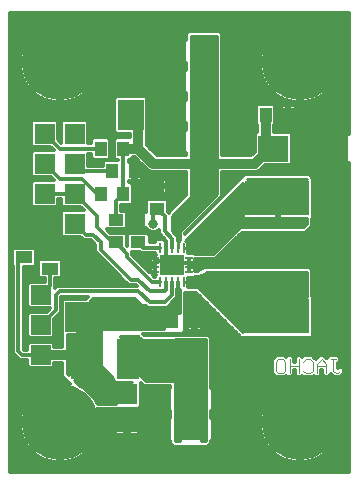
<source format=gbr>
G75*
%MOIN*%
%OFA0B0*%
%FSLAX25Y25*%
%IPPOS*%
%LPD*%
%AMOC8*
5,1,8,0,0,1.08239X$1,22.5*
%
%ADD10C,0.00400*%
%ADD11R,0.03900X0.05100*%
%ADD12R,0.06500X0.06500*%
%ADD13R,0.05512X0.03937*%
%ADD14R,0.07480X0.13386*%
%ADD15R,0.06693X0.07087*%
%ADD16C,0.25400*%
%ADD17R,0.05100X0.03900*%
%ADD18R,0.10000X0.08500*%
%ADD19R,0.01102X0.03346*%
%ADD20R,0.08465X0.06693*%
%ADD21R,0.02756X0.00984*%
%ADD22C,0.03181*%
%ADD23R,0.21654X0.11811*%
%ADD24R,0.08500X0.10000*%
%ADD25C,0.01200*%
%ADD26C,0.03569*%
%ADD27C,0.01000*%
%ADD28C,0.03200*%
%ADD29C,0.03175*%
D10*
X0098665Y0046317D02*
X0098665Y0049387D01*
X0099432Y0050154D01*
X0100967Y0050154D01*
X0101734Y0049387D01*
X0101734Y0046317D01*
X0100967Y0045550D01*
X0099432Y0045550D01*
X0098665Y0046317D01*
X0103269Y0045550D02*
X0103269Y0050154D01*
X0103269Y0047852D02*
X0106338Y0047852D01*
X0107873Y0049387D02*
X0108640Y0050154D01*
X0110175Y0050154D01*
X0110942Y0049387D01*
X0110942Y0046317D01*
X0110175Y0045550D01*
X0108640Y0045550D01*
X0107873Y0046317D01*
X0106338Y0045550D02*
X0106338Y0050154D01*
X0112477Y0048619D02*
X0112477Y0045550D01*
X0112477Y0047852D02*
X0115546Y0047852D01*
X0115546Y0048619D02*
X0114011Y0050154D01*
X0112477Y0048619D01*
X0115546Y0048619D02*
X0115546Y0045550D01*
X0117848Y0046317D02*
X0117848Y0050154D01*
X0118615Y0050154D02*
X0117081Y0050154D01*
X0117848Y0046317D02*
X0118615Y0045550D01*
X0119383Y0045550D01*
X0120150Y0046317D01*
D11*
X0071590Y0062850D03*
X0064110Y0062850D03*
X0047840Y0105350D03*
X0040360Y0105350D03*
X0044110Y0112850D03*
X0051590Y0112850D03*
X0047840Y0120350D03*
X0040360Y0120350D03*
X0095360Y0131600D03*
X0102840Y0131600D03*
D12*
X0085350Y0132850D03*
X0075350Y0132850D03*
X0075350Y0122850D03*
X0085350Y0122850D03*
X0065350Y0122850D03*
X0065350Y0132850D03*
X0065350Y0142850D03*
X0065350Y0152850D03*
X0075350Y0152850D03*
X0085350Y0152850D03*
X0085350Y0142850D03*
X0075350Y0142850D03*
X0031600Y0125350D03*
X0021600Y0125350D03*
X0021600Y0115350D03*
X0031600Y0115350D03*
X0031600Y0105350D03*
X0031600Y0095350D03*
X0021600Y0095350D03*
X0021600Y0105350D03*
X0020350Y0071600D03*
X0020350Y0061600D03*
X0020350Y0051600D03*
X0060350Y0036600D03*
X0070350Y0036600D03*
X0080350Y0036600D03*
X0080350Y0026600D03*
X0070350Y0026600D03*
X0060350Y0026600D03*
D13*
X0023431Y0080360D03*
X0023431Y0087840D03*
X0014769Y0084100D03*
D14*
X0033923Y0050350D03*
X0049277Y0050350D03*
D15*
X0049100Y0038421D03*
X0049100Y0022279D03*
D16*
X0026600Y0029100D03*
X0106600Y0029100D03*
X0106600Y0149100D03*
X0026600Y0149100D03*
D17*
X0059100Y0107840D03*
X0059100Y0100360D03*
X0052850Y0096590D03*
X0052850Y0089110D03*
X0045350Y0089110D03*
X0045350Y0096590D03*
D18*
X0097850Y0120350D03*
X0117850Y0120350D03*
D19*
X0068037Y0087407D03*
X0066069Y0087407D03*
X0064100Y0087407D03*
X0062131Y0087407D03*
X0060163Y0087407D03*
X0060163Y0075793D03*
X0062131Y0075793D03*
X0064100Y0075793D03*
X0066069Y0075793D03*
X0068037Y0075793D03*
D20*
X0064100Y0081600D03*
X0064100Y0081600D03*
D21*
X0058490Y0080813D03*
X0058490Y0082387D03*
X0058490Y0083962D03*
X0058490Y0079238D03*
X0069710Y0079238D03*
X0069710Y0080813D03*
X0069710Y0082387D03*
X0069710Y0083962D03*
D22*
X0065675Y0083175D03*
X0064100Y0081600D03*
X0062525Y0080025D03*
X0065675Y0080025D03*
X0062525Y0083175D03*
D23*
X0099100Y0064415D03*
X0099100Y0103785D03*
D24*
X0050350Y0131600D03*
X0050350Y0151600D03*
X0032850Y0084100D03*
X0032850Y0064100D03*
D25*
X0010200Y0012700D02*
X0010200Y0165500D01*
X0123000Y0165500D01*
X0123000Y0125187D01*
X0122969Y0125200D01*
X0118450Y0125200D01*
X0118450Y0120950D01*
X0117250Y0120950D01*
X0117250Y0125200D01*
X0112731Y0125200D01*
X0112510Y0125109D01*
X0112341Y0124940D01*
X0112250Y0124719D01*
X0112250Y0120950D01*
X0117250Y0120950D01*
X0117250Y0119750D01*
X0112250Y0119750D01*
X0112250Y0115981D01*
X0112341Y0115760D01*
X0112510Y0115591D01*
X0112731Y0115500D01*
X0117250Y0115500D01*
X0117250Y0119750D01*
X0118450Y0119750D01*
X0118450Y0115500D01*
X0122969Y0115500D01*
X0123000Y0115513D01*
X0123000Y0012700D01*
X0010200Y0012700D01*
X0010200Y0013740D02*
X0123000Y0013740D01*
X0123000Y0014938D02*
X0010200Y0014938D01*
X0010200Y0016137D02*
X0023598Y0016137D01*
X0023364Y0016183D02*
X0024646Y0015928D01*
X0025947Y0015800D01*
X0026000Y0015800D01*
X0026000Y0028500D01*
X0027200Y0028500D01*
X0027200Y0029700D01*
X0039900Y0029700D01*
X0039900Y0029753D01*
X0039772Y0031054D01*
X0039517Y0032336D01*
X0039138Y0033586D01*
X0039111Y0033650D01*
X0049949Y0033650D01*
X0050220Y0033515D01*
X0050626Y0033650D01*
X0051054Y0033650D01*
X0051082Y0033678D01*
X0052944Y0033678D01*
X0053646Y0034380D01*
X0053646Y0042149D01*
X0053650Y0042146D01*
X0054646Y0041150D01*
X0063550Y0041150D01*
X0063550Y0040450D01*
X0060625Y0040450D01*
X0060625Y0036875D01*
X0060075Y0036875D01*
X0060075Y0040450D01*
X0056981Y0040450D01*
X0056760Y0040359D01*
X0056591Y0040190D01*
X0056500Y0039969D01*
X0056500Y0036875D01*
X0060075Y0036875D01*
X0060075Y0036325D01*
X0060625Y0036325D01*
X0060625Y0032750D01*
X0063550Y0032750D01*
X0063550Y0030450D01*
X0060625Y0030450D01*
X0060625Y0026875D01*
X0060075Y0026875D01*
X0060075Y0030450D01*
X0056981Y0030450D01*
X0056760Y0030359D01*
X0056591Y0030190D01*
X0056500Y0029969D01*
X0056500Y0026875D01*
X0060075Y0026875D01*
X0060075Y0026325D01*
X0060625Y0026325D01*
X0060625Y0022750D01*
X0063550Y0022750D01*
X0063550Y0022104D01*
X0064604Y0021050D01*
X0076096Y0021050D01*
X0077150Y0022104D01*
X0077150Y0022750D01*
X0080075Y0022750D01*
X0080075Y0026325D01*
X0080625Y0026325D01*
X0080625Y0026875D01*
X0080075Y0026875D01*
X0080075Y0030450D01*
X0077150Y0030450D01*
X0077150Y0032750D01*
X0080075Y0032750D01*
X0080075Y0036325D01*
X0080625Y0036325D01*
X0080625Y0036875D01*
X0080075Y0036875D01*
X0080075Y0040450D01*
X0077150Y0040450D01*
X0077150Y0057346D01*
X0076096Y0058400D01*
X0064604Y0058400D01*
X0064504Y0058300D01*
X0054804Y0058300D01*
X0054554Y0058550D01*
X0067346Y0058550D01*
X0068400Y0059604D01*
X0068400Y0072400D01*
X0072146Y0072400D01*
X0086150Y0058396D01*
X0087146Y0057400D01*
X0087686Y0057400D01*
X0087776Y0057309D01*
X0110424Y0057309D01*
X0111127Y0058012D01*
X0111127Y0070818D01*
X0110800Y0071144D01*
X0110800Y0079804D01*
X0109804Y0080800D01*
X0075626Y0080800D01*
X0075220Y0080935D01*
X0074949Y0080800D01*
X0074646Y0080800D01*
X0074343Y0080497D01*
X0072449Y0079550D01*
X0071688Y0079550D01*
X0071688Y0079849D01*
X0071615Y0080025D01*
X0071688Y0080201D01*
X0071688Y0080813D01*
X0071688Y0081424D01*
X0071615Y0081600D01*
X0071688Y0081776D01*
X0071688Y0082387D01*
X0069710Y0082387D01*
X0069710Y0082387D01*
X0069710Y0080813D01*
X0069710Y0080813D01*
X0069710Y0081295D01*
X0069710Y0082387D01*
X0064887Y0082387D01*
X0064100Y0081600D01*
X0062850Y0082850D01*
X0061600Y0082850D01*
X0058952Y0082850D01*
X0058490Y0082387D01*
X0058490Y0080813D01*
X0058490Y0080813D01*
X0058490Y0081905D01*
X0058490Y0082387D01*
X0058490Y0082387D01*
X0056512Y0082387D01*
X0056512Y0081776D01*
X0056585Y0081600D01*
X0056512Y0081424D01*
X0056512Y0080813D01*
X0058490Y0080813D01*
X0058490Y0080813D01*
X0058490Y0080812D02*
X0058490Y0079238D01*
X0058490Y0079238D01*
X0058490Y0080330D01*
X0058490Y0080812D01*
X0058490Y0080812D01*
X0058490Y0080813D02*
X0056512Y0080813D01*
X0056512Y0080201D01*
X0056585Y0080025D01*
X0056512Y0079849D01*
X0056512Y0079238D01*
X0058490Y0079238D01*
X0058490Y0078146D01*
X0058594Y0078146D01*
X0058412Y0077963D01*
X0058412Y0077593D01*
X0058153Y0077593D01*
X0057600Y0078146D01*
X0058490Y0078146D01*
X0058490Y0079238D01*
X0058490Y0079238D01*
X0058490Y0079238D01*
X0056512Y0079238D01*
X0056512Y0079234D01*
X0050900Y0084846D01*
X0050900Y0085960D01*
X0053454Y0085960D01*
X0053807Y0085607D01*
X0058412Y0085607D01*
X0058412Y0085237D01*
X0058594Y0085054D01*
X0058490Y0085054D01*
X0058490Y0083962D01*
X0058490Y0082388D01*
X0058490Y0082388D01*
X0058490Y0083480D01*
X0058490Y0083962D01*
X0058490Y0083962D01*
X0058490Y0083962D01*
X0056512Y0083962D01*
X0056512Y0083351D01*
X0056585Y0083175D01*
X0056512Y0082999D01*
X0056512Y0082387D01*
X0058490Y0082387D01*
X0058490Y0082387D01*
X0058490Y0082055D02*
X0058490Y0082055D01*
X0058490Y0083253D02*
X0058490Y0083253D01*
X0058490Y0083962D02*
X0058490Y0083962D01*
X0056512Y0083962D01*
X0056512Y0084574D01*
X0056603Y0084794D01*
X0056772Y0084963D01*
X0056992Y0085054D01*
X0058490Y0085054D01*
X0058490Y0083962D01*
X0058490Y0084452D02*
X0058490Y0084452D01*
X0056512Y0084452D02*
X0051294Y0084452D01*
X0050900Y0085650D02*
X0053764Y0085650D01*
X0054553Y0087407D02*
X0052850Y0089110D01*
X0054553Y0087407D02*
X0060163Y0087407D01*
X0058412Y0089207D02*
X0056600Y0089207D01*
X0056600Y0091557D01*
X0055897Y0092260D01*
X0049803Y0092260D01*
X0049100Y0091557D01*
X0048397Y0092260D01*
X0043486Y0092260D01*
X0042305Y0093440D01*
X0048397Y0093440D01*
X0049100Y0094143D01*
X0049100Y0099037D01*
X0048397Y0099740D01*
X0047150Y0099740D01*
X0047150Y0101600D01*
X0050287Y0101600D01*
X0050990Y0102303D01*
X0050990Y0108397D01*
X0050287Y0109100D01*
X0049640Y0109100D01*
X0049640Y0109700D01*
X0051215Y0109700D01*
X0051215Y0112475D01*
X0051965Y0112475D01*
X0051965Y0109700D01*
X0053659Y0109700D01*
X0053880Y0109791D01*
X0054049Y0109960D01*
X0054140Y0110181D01*
X0054140Y0112475D01*
X0051965Y0112475D01*
X0051965Y0113225D01*
X0051215Y0113225D01*
X0051215Y0116000D01*
X0049640Y0116000D01*
X0049640Y0116600D01*
X0050287Y0116600D01*
X0050990Y0117303D01*
X0050990Y0117550D01*
X0051690Y0117550D01*
X0053240Y0116000D01*
X0051965Y0116000D01*
X0051965Y0113225D01*
X0054140Y0113225D01*
X0054140Y0115100D01*
X0056264Y0112976D01*
X0057293Y0112550D01*
X0068650Y0112550D01*
X0068650Y0104804D01*
X0063396Y0099550D01*
X0062926Y0099080D01*
X0062850Y0099155D01*
X0062850Y0102807D01*
X0062147Y0103510D01*
X0056053Y0103510D01*
X0055350Y0102807D01*
X0055350Y0099140D01*
X0053225Y0099140D01*
X0053225Y0096965D01*
X0052475Y0096965D01*
X0052475Y0096215D01*
X0053225Y0096215D01*
X0053225Y0094040D01*
X0055376Y0094040D01*
X0048997Y0094040D01*
X0049791Y0094300D02*
X0049960Y0094131D01*
X0050181Y0094040D01*
X0052475Y0094040D01*
X0052475Y0096215D01*
X0049700Y0096215D01*
X0049700Y0094521D01*
X0049791Y0094300D01*
X0049700Y0095238D02*
X0049100Y0095238D01*
X0049100Y0096437D02*
X0052475Y0096437D01*
X0052475Y0096965D02*
X0049700Y0096965D01*
X0049700Y0098659D01*
X0049791Y0098880D01*
X0049960Y0099049D01*
X0050181Y0099140D01*
X0052475Y0099140D01*
X0052475Y0096965D01*
X0052475Y0097635D02*
X0053225Y0097635D01*
X0053225Y0098834D02*
X0052475Y0098834D01*
X0049772Y0098834D02*
X0049100Y0098834D01*
X0049100Y0097635D02*
X0049700Y0097635D01*
X0047150Y0100032D02*
X0055350Y0100032D01*
X0055350Y0101231D02*
X0047150Y0101231D01*
X0045350Y0102860D02*
X0047840Y0105350D01*
X0047840Y0120350D01*
X0044690Y0120407D02*
X0043510Y0120407D01*
X0043510Y0119209D02*
X0044690Y0119209D01*
X0044690Y0118010D02*
X0043510Y0118010D01*
X0043510Y0117303D02*
X0042807Y0116600D01*
X0037913Y0116600D01*
X0037210Y0117303D01*
X0037210Y0118550D01*
X0036050Y0118550D01*
X0036050Y0114650D01*
X0040960Y0114650D01*
X0040960Y0115897D01*
X0041663Y0116600D01*
X0046040Y0116600D01*
X0046040Y0116600D01*
X0045393Y0116600D01*
X0044690Y0117303D01*
X0044690Y0123397D01*
X0045393Y0124100D01*
X0050050Y0124100D01*
X0050050Y0125400D01*
X0045603Y0125400D01*
X0044900Y0126103D01*
X0044900Y0137097D01*
X0045603Y0137800D01*
X0055097Y0137800D01*
X0055800Y0137097D01*
X0055800Y0126103D01*
X0055650Y0125953D01*
X0055650Y0121510D01*
X0059010Y0118150D01*
X0068650Y0118150D01*
X0068650Y0119000D01*
X0065625Y0119000D01*
X0065625Y0122575D01*
X0065075Y0122575D01*
X0065075Y0119000D01*
X0061981Y0119000D01*
X0061760Y0119091D01*
X0061591Y0119260D01*
X0061500Y0119481D01*
X0061500Y0122575D01*
X0065075Y0122575D01*
X0065075Y0123125D01*
X0065075Y0126700D01*
X0061981Y0126700D01*
X0061760Y0126609D01*
X0061591Y0126440D01*
X0061500Y0126219D01*
X0061500Y0123125D01*
X0065075Y0123125D01*
X0065625Y0123125D01*
X0065625Y0126700D01*
X0068650Y0126700D01*
X0068650Y0129000D01*
X0065625Y0129000D01*
X0065625Y0132575D01*
X0065075Y0132575D01*
X0065075Y0129000D01*
X0061981Y0129000D01*
X0061760Y0129091D01*
X0061591Y0129260D01*
X0061500Y0129481D01*
X0061500Y0132575D01*
X0065075Y0132575D01*
X0065075Y0133125D01*
X0065075Y0136700D01*
X0061981Y0136700D01*
X0061760Y0136609D01*
X0061591Y0136440D01*
X0061500Y0136219D01*
X0061500Y0133125D01*
X0065075Y0133125D01*
X0065625Y0133125D01*
X0065625Y0136700D01*
X0068650Y0136700D01*
X0068650Y0139000D01*
X0065625Y0139000D01*
X0065625Y0142575D01*
X0065075Y0142575D01*
X0065075Y0139000D01*
X0061981Y0139000D01*
X0061760Y0139091D01*
X0061591Y0139260D01*
X0061500Y0139481D01*
X0061500Y0142575D01*
X0065075Y0142575D01*
X0065075Y0143125D01*
X0065075Y0146700D01*
X0061981Y0146700D01*
X0061760Y0146609D01*
X0061591Y0146440D01*
X0061500Y0146219D01*
X0061500Y0143125D01*
X0065075Y0143125D01*
X0065625Y0143125D01*
X0065625Y0146700D01*
X0068650Y0146700D01*
X0068650Y0149000D01*
X0065625Y0149000D01*
X0065625Y0152575D01*
X0065075Y0152575D01*
X0065075Y0149000D01*
X0061981Y0149000D01*
X0061760Y0149091D01*
X0061591Y0149260D01*
X0061500Y0149481D01*
X0061500Y0152575D01*
X0065075Y0152575D01*
X0065075Y0153125D01*
X0065075Y0156700D01*
X0061981Y0156700D01*
X0061760Y0156609D01*
X0061591Y0156440D01*
X0061500Y0156219D01*
X0061500Y0153125D01*
X0065075Y0153125D01*
X0065625Y0153125D01*
X0065625Y0156700D01*
X0068650Y0156700D01*
X0068650Y0158554D01*
X0069646Y0159550D01*
X0079804Y0159550D01*
X0080800Y0158554D01*
X0080800Y0118150D01*
X0090440Y0118150D01*
X0091650Y0119360D01*
X0091650Y0125097D01*
X0092353Y0125800D01*
X0092560Y0125800D01*
X0092560Y0128203D01*
X0092210Y0128553D01*
X0092210Y0134647D01*
X0092913Y0135350D01*
X0097807Y0135350D01*
X0098510Y0134647D01*
X0098510Y0128553D01*
X0098160Y0128203D01*
X0098160Y0125800D01*
X0103347Y0125800D01*
X0104050Y0125097D01*
X0104050Y0115603D01*
X0103347Y0114900D01*
X0095110Y0114900D01*
X0093974Y0113764D01*
X0093974Y0113764D01*
X0093186Y0112976D01*
X0092157Y0112550D01*
X0080800Y0112550D01*
X0080800Y0104646D01*
X0079804Y0103650D01*
X0068300Y0092146D01*
X0068300Y0091954D01*
X0088396Y0112050D01*
X0109804Y0112050D01*
X0110800Y0111054D01*
X0110800Y0110514D01*
X0111127Y0110188D01*
X0111127Y0097382D01*
X0110800Y0097056D01*
X0110800Y0094646D01*
X0109804Y0093650D01*
X0108554Y0092400D01*
X0087304Y0092400D01*
X0078554Y0083650D01*
X0071688Y0083650D01*
X0071688Y0083351D01*
X0071615Y0083175D01*
X0071688Y0082999D01*
X0071688Y0082387D01*
X0069710Y0082387D01*
X0069710Y0082387D01*
X0069710Y0082388D02*
X0069710Y0083650D01*
X0069710Y0083650D01*
X0069710Y0082870D01*
X0069710Y0082388D01*
X0069710Y0082388D01*
X0069710Y0082055D02*
X0069710Y0082055D01*
X0069710Y0083253D02*
X0069710Y0083253D01*
X0071648Y0083253D02*
X0123000Y0083253D01*
X0123000Y0082055D02*
X0071688Y0082055D01*
X0071688Y0080856D02*
X0075061Y0080856D01*
X0075457Y0080856D02*
X0123000Y0080856D01*
X0123000Y0079658D02*
X0110800Y0079658D01*
X0110800Y0078459D02*
X0123000Y0078459D01*
X0123000Y0077261D02*
X0110800Y0077261D01*
X0110800Y0076062D02*
X0123000Y0076062D01*
X0123000Y0074864D02*
X0110800Y0074864D01*
X0110800Y0073665D02*
X0123000Y0073665D01*
X0123000Y0072467D02*
X0110800Y0072467D01*
X0110800Y0071268D02*
X0123000Y0071268D01*
X0123000Y0070070D02*
X0111127Y0070070D01*
X0111127Y0068871D02*
X0123000Y0068871D01*
X0123000Y0067673D02*
X0111127Y0067673D01*
X0111127Y0066474D02*
X0123000Y0066474D01*
X0123000Y0065276D02*
X0111127Y0065276D01*
X0111127Y0064077D02*
X0123000Y0064077D01*
X0123000Y0062879D02*
X0111127Y0062879D01*
X0111127Y0061680D02*
X0123000Y0061680D01*
X0123000Y0060482D02*
X0111127Y0060482D01*
X0111127Y0059283D02*
X0123000Y0059283D01*
X0123000Y0058084D02*
X0111127Y0058084D01*
X0110755Y0051554D02*
X0108060Y0051554D01*
X0107489Y0050983D01*
X0106918Y0051554D01*
X0105758Y0051554D01*
X0104938Y0050734D01*
X0104938Y0049252D01*
X0104669Y0049252D01*
X0104669Y0050734D01*
X0103849Y0051554D01*
X0102689Y0051554D01*
X0102118Y0050983D01*
X0102084Y0051017D01*
X0101547Y0051554D01*
X0098852Y0051554D01*
X0097265Y0049966D01*
X0097265Y0045737D01*
X0097786Y0045216D01*
X0098085Y0044917D01*
X0098331Y0044671D01*
X0098852Y0044150D01*
X0101547Y0044150D01*
X0102118Y0044721D01*
X0102689Y0044150D01*
X0103849Y0044150D01*
X0104669Y0044970D01*
X0104669Y0046452D01*
X0104938Y0046452D01*
X0104938Y0044970D01*
X0105758Y0044150D01*
X0106918Y0044150D01*
X0107489Y0044721D01*
X0107539Y0044671D01*
X0108060Y0044150D01*
X0110755Y0044150D01*
X0111326Y0044721D01*
X0111897Y0044150D01*
X0113057Y0044150D01*
X0113877Y0044970D01*
X0113877Y0046452D01*
X0114146Y0046452D01*
X0114146Y0044970D01*
X0114966Y0044150D01*
X0116126Y0044150D01*
X0116946Y0044970D01*
X0116946Y0045239D01*
X0116970Y0045216D01*
X0117268Y0044917D01*
X0117514Y0044671D01*
X0118035Y0044150D01*
X0119963Y0044150D01*
X0120783Y0044970D01*
X0121550Y0045737D01*
X0121550Y0046897D01*
X0120730Y0047717D01*
X0119570Y0047717D01*
X0119248Y0047395D01*
X0119248Y0048807D01*
X0120015Y0049574D01*
X0120015Y0050734D01*
X0119195Y0051554D01*
X0116501Y0051554D01*
X0115681Y0050734D01*
X0115681Y0050465D01*
X0115411Y0050734D01*
X0114591Y0051554D01*
X0113432Y0051554D01*
X0112093Y0050216D01*
X0111805Y0050503D01*
X0111575Y0050734D01*
X0111292Y0051017D01*
X0110755Y0051554D01*
X0111415Y0050893D02*
X0112771Y0050893D01*
X0111575Y0050734D02*
X0111575Y0050734D01*
X0115252Y0050893D02*
X0115840Y0050893D01*
X0115411Y0050734D02*
X0115411Y0050734D01*
X0119248Y0048496D02*
X0123000Y0048496D01*
X0123000Y0047298D02*
X0121149Y0047298D01*
X0121550Y0046099D02*
X0123000Y0046099D01*
X0123000Y0044901D02*
X0120713Y0044901D01*
X0123000Y0043702D02*
X0077150Y0043702D01*
X0077150Y0042504D02*
X0123000Y0042504D01*
X0123000Y0041305D02*
X0111888Y0041305D01*
X0112293Y0041138D02*
X0111086Y0041638D01*
X0109836Y0042017D01*
X0108554Y0042272D01*
X0107253Y0042400D01*
X0107200Y0042400D01*
X0107200Y0029700D01*
X0106000Y0029700D01*
X0106000Y0042400D01*
X0105947Y0042400D01*
X0104646Y0042272D01*
X0103364Y0042017D01*
X0102114Y0041638D01*
X0100907Y0041138D01*
X0099754Y0040522D01*
X0098668Y0039796D01*
X0097657Y0038967D01*
X0096733Y0038042D01*
X0095904Y0037032D01*
X0095178Y0035946D01*
X0094562Y0034793D01*
X0094062Y0033586D01*
X0093683Y0032336D01*
X0093428Y0031054D01*
X0093300Y0029753D01*
X0093300Y0029700D01*
X0106000Y0029700D01*
X0106000Y0028500D01*
X0093300Y0028500D01*
X0093300Y0028447D01*
X0093428Y0027146D01*
X0093683Y0025864D01*
X0094062Y0024614D01*
X0094562Y0023407D01*
X0095178Y0022254D01*
X0095904Y0021168D01*
X0096733Y0020157D01*
X0097657Y0019233D01*
X0098668Y0018404D01*
X0099754Y0017678D01*
X0100907Y0017062D01*
X0102114Y0016562D01*
X0103364Y0016183D01*
X0104646Y0015928D01*
X0105947Y0015800D01*
X0106000Y0015800D01*
X0106000Y0028500D01*
X0107200Y0028500D01*
X0107200Y0029700D01*
X0119900Y0029700D01*
X0119900Y0029753D01*
X0119772Y0031054D01*
X0119517Y0032336D01*
X0119138Y0033586D01*
X0118638Y0034793D01*
X0118022Y0035946D01*
X0117296Y0037032D01*
X0116467Y0038042D01*
X0115542Y0038967D01*
X0114532Y0039796D01*
X0113446Y0040522D01*
X0112293Y0041138D01*
X0114066Y0040107D02*
X0123000Y0040107D01*
X0123000Y0038908D02*
X0115601Y0038908D01*
X0116740Y0037710D02*
X0123000Y0037710D01*
X0123000Y0036511D02*
X0117644Y0036511D01*
X0118360Y0035313D02*
X0123000Y0035313D01*
X0123000Y0034114D02*
X0118919Y0034114D01*
X0119341Y0032916D02*
X0123000Y0032916D01*
X0123000Y0031717D02*
X0119640Y0031717D01*
X0119825Y0030519D02*
X0123000Y0030519D01*
X0123000Y0029320D02*
X0107200Y0029320D01*
X0107200Y0028500D02*
X0119900Y0028500D01*
X0119900Y0028447D01*
X0119772Y0027146D01*
X0119517Y0025864D01*
X0119138Y0024614D01*
X0118638Y0023407D01*
X0118022Y0022254D01*
X0117296Y0021168D01*
X0116467Y0020157D01*
X0115542Y0019233D01*
X0114532Y0018404D01*
X0113446Y0017678D01*
X0112293Y0017062D01*
X0111086Y0016562D01*
X0109836Y0016183D01*
X0108554Y0015928D01*
X0107253Y0015800D01*
X0107200Y0015800D01*
X0107200Y0028500D01*
X0107200Y0028122D02*
X0106000Y0028122D01*
X0106000Y0029320D02*
X0084200Y0029320D01*
X0084200Y0029969D02*
X0084200Y0026875D01*
X0080625Y0026875D01*
X0080625Y0030450D01*
X0083719Y0030450D01*
X0083940Y0030359D01*
X0084109Y0030190D01*
X0084200Y0029969D01*
X0084200Y0028122D02*
X0093332Y0028122D01*
X0093472Y0026923D02*
X0084200Y0026923D01*
X0084200Y0026325D02*
X0080625Y0026325D01*
X0080625Y0022750D01*
X0083719Y0022750D01*
X0083940Y0022841D01*
X0084109Y0023010D01*
X0084200Y0023231D01*
X0084200Y0026325D01*
X0084200Y0025725D02*
X0093725Y0025725D01*
X0094099Y0024526D02*
X0084200Y0024526D01*
X0084200Y0023328D02*
X0094605Y0023328D01*
X0095262Y0022129D02*
X0077150Y0022129D01*
X0075350Y0022850D02*
X0073949Y0022850D01*
X0074109Y0023010D01*
X0074200Y0023231D01*
X0074200Y0026325D01*
X0070625Y0026325D01*
X0070625Y0026875D01*
X0074200Y0026875D01*
X0074200Y0029969D01*
X0074109Y0030190D01*
X0073940Y0030359D01*
X0073719Y0030450D01*
X0070625Y0030450D01*
X0070625Y0026875D01*
X0070075Y0026875D01*
X0070075Y0030450D01*
X0066981Y0030450D01*
X0066760Y0030359D01*
X0066591Y0030190D01*
X0066500Y0029969D01*
X0066500Y0026875D01*
X0070075Y0026875D01*
X0070075Y0026325D01*
X0066500Y0026325D01*
X0066500Y0023231D01*
X0066591Y0023010D01*
X0066751Y0022850D01*
X0065350Y0022850D01*
X0065350Y0056600D01*
X0075350Y0056600D01*
X0075350Y0022850D01*
X0075350Y0023328D02*
X0074200Y0023328D01*
X0074200Y0024526D02*
X0075350Y0024526D01*
X0075350Y0025725D02*
X0074200Y0025725D01*
X0074200Y0026923D02*
X0075350Y0026923D01*
X0075350Y0028122D02*
X0074200Y0028122D01*
X0074200Y0029320D02*
X0075350Y0029320D01*
X0075350Y0030519D02*
X0065350Y0030519D01*
X0065350Y0031717D02*
X0075350Y0031717D01*
X0075350Y0032916D02*
X0074014Y0032916D01*
X0073940Y0032841D02*
X0074109Y0033010D01*
X0074200Y0033231D01*
X0074200Y0036325D01*
X0070625Y0036325D01*
X0070625Y0036875D01*
X0070075Y0036875D01*
X0070075Y0040450D01*
X0066981Y0040450D01*
X0066760Y0040359D01*
X0066591Y0040190D01*
X0066500Y0039969D01*
X0066500Y0036875D01*
X0070075Y0036875D01*
X0070075Y0036325D01*
X0066500Y0036325D01*
X0066500Y0033231D01*
X0066591Y0033010D01*
X0066760Y0032841D01*
X0066981Y0032750D01*
X0070075Y0032750D01*
X0070075Y0036325D01*
X0070625Y0036325D01*
X0070625Y0032750D01*
X0073719Y0032750D01*
X0073940Y0032841D01*
X0074200Y0034114D02*
X0075350Y0034114D01*
X0075350Y0035313D02*
X0074200Y0035313D01*
X0074200Y0036875D02*
X0074200Y0039969D01*
X0074109Y0040190D01*
X0073940Y0040359D01*
X0073719Y0040450D01*
X0070625Y0040450D01*
X0070625Y0036875D01*
X0074200Y0036875D01*
X0074200Y0037710D02*
X0075350Y0037710D01*
X0075350Y0038908D02*
X0074200Y0038908D01*
X0074143Y0040107D02*
X0075350Y0040107D01*
X0075350Y0041305D02*
X0065350Y0041305D01*
X0065350Y0040107D02*
X0066557Y0040107D01*
X0066500Y0038908D02*
X0065350Y0038908D01*
X0065350Y0037710D02*
X0066500Y0037710D01*
X0065350Y0036511D02*
X0070075Y0036511D01*
X0070625Y0036511D02*
X0075350Y0036511D01*
X0080075Y0035313D02*
X0080625Y0035313D01*
X0080625Y0036325D02*
X0080625Y0032750D01*
X0083719Y0032750D01*
X0083940Y0032841D01*
X0084109Y0033010D01*
X0084200Y0033231D01*
X0084200Y0036325D01*
X0080625Y0036325D01*
X0080625Y0036511D02*
X0095556Y0036511D01*
X0094840Y0035313D02*
X0084200Y0035313D01*
X0084200Y0034114D02*
X0094281Y0034114D01*
X0093859Y0032916D02*
X0084014Y0032916D01*
X0080625Y0032916D02*
X0080075Y0032916D01*
X0080075Y0034114D02*
X0080625Y0034114D01*
X0077150Y0031717D02*
X0093560Y0031717D01*
X0093375Y0030519D02*
X0077150Y0030519D01*
X0080075Y0029320D02*
X0080625Y0029320D01*
X0080625Y0028122D02*
X0080075Y0028122D01*
X0080075Y0026923D02*
X0080625Y0026923D01*
X0080625Y0025725D02*
X0080075Y0025725D01*
X0080075Y0024526D02*
X0080625Y0024526D01*
X0080625Y0023328D02*
X0080075Y0023328D01*
X0070625Y0026923D02*
X0070075Y0026923D01*
X0070075Y0028122D02*
X0070625Y0028122D01*
X0070625Y0029320D02*
X0070075Y0029320D01*
X0066500Y0029320D02*
X0065350Y0029320D01*
X0065350Y0028122D02*
X0066500Y0028122D01*
X0066500Y0026923D02*
X0065350Y0026923D01*
X0065350Y0025725D02*
X0066500Y0025725D01*
X0066500Y0024526D02*
X0065350Y0024526D01*
X0065350Y0023328D02*
X0066500Y0023328D01*
X0063550Y0022129D02*
X0049700Y0022129D01*
X0049700Y0021679D02*
X0049700Y0022879D01*
X0053046Y0022879D01*
X0053046Y0025942D01*
X0052955Y0026162D01*
X0052786Y0026331D01*
X0052566Y0026422D01*
X0049700Y0026422D01*
X0049700Y0022879D01*
X0048500Y0022879D01*
X0048500Y0021679D01*
X0049700Y0021679D01*
X0049700Y0018136D01*
X0052566Y0018136D01*
X0052786Y0018227D01*
X0052955Y0018396D01*
X0053046Y0018616D01*
X0053046Y0021679D01*
X0049700Y0021679D01*
X0049700Y0020931D02*
X0048500Y0020931D01*
X0048500Y0021679D02*
X0048500Y0018136D01*
X0045634Y0018136D01*
X0045414Y0018227D01*
X0045245Y0018396D01*
X0045154Y0018616D01*
X0045154Y0021679D01*
X0048500Y0021679D01*
X0048500Y0022129D02*
X0037938Y0022129D01*
X0038022Y0022254D02*
X0038638Y0023407D01*
X0039138Y0024614D01*
X0039517Y0025864D01*
X0039772Y0027146D01*
X0039900Y0028447D01*
X0039900Y0028500D01*
X0027200Y0028500D01*
X0027200Y0015800D01*
X0027253Y0015800D01*
X0028554Y0015928D01*
X0029836Y0016183D01*
X0031086Y0016562D01*
X0032293Y0017062D01*
X0033446Y0017678D01*
X0034532Y0018404D01*
X0035542Y0019233D01*
X0036467Y0020157D01*
X0037296Y0021168D01*
X0038022Y0022254D01*
X0038595Y0023328D02*
X0045154Y0023328D01*
X0045154Y0022879D02*
X0045154Y0025942D01*
X0045245Y0026162D01*
X0045414Y0026331D01*
X0045634Y0026422D01*
X0048500Y0026422D01*
X0048500Y0022879D01*
X0045154Y0022879D01*
X0045154Y0024526D02*
X0039101Y0024526D01*
X0039475Y0025725D02*
X0045154Y0025725D01*
X0048500Y0025725D02*
X0049700Y0025725D01*
X0049700Y0024526D02*
X0048500Y0024526D01*
X0048500Y0023328D02*
X0049700Y0023328D01*
X0053046Y0023328D02*
X0056500Y0023328D01*
X0056500Y0023231D02*
X0056591Y0023010D01*
X0056760Y0022841D01*
X0056981Y0022750D01*
X0060075Y0022750D01*
X0060075Y0026325D01*
X0056500Y0026325D01*
X0056500Y0023231D01*
X0056500Y0024526D02*
X0053046Y0024526D01*
X0053046Y0025725D02*
X0056500Y0025725D01*
X0056500Y0026923D02*
X0039728Y0026923D01*
X0039868Y0028122D02*
X0056500Y0028122D01*
X0056500Y0029320D02*
X0027200Y0029320D01*
X0027200Y0029700D02*
X0026000Y0029700D01*
X0026000Y0042400D01*
X0025947Y0042400D01*
X0024646Y0042272D01*
X0023364Y0042017D01*
X0022114Y0041638D01*
X0020907Y0041138D01*
X0019754Y0040522D01*
X0018668Y0039796D01*
X0017657Y0038967D01*
X0016733Y0038042D01*
X0015904Y0037032D01*
X0015178Y0035946D01*
X0014562Y0034793D01*
X0014062Y0033586D01*
X0013683Y0032336D01*
X0013428Y0031054D01*
X0013300Y0029753D01*
X0013300Y0029700D01*
X0026000Y0029700D01*
X0026000Y0028500D01*
X0013300Y0028500D01*
X0013300Y0028447D01*
X0013428Y0027146D01*
X0013683Y0025864D01*
X0014062Y0024614D01*
X0014562Y0023407D01*
X0015178Y0022254D01*
X0015904Y0021168D01*
X0016733Y0020157D01*
X0017657Y0019233D01*
X0018668Y0018404D01*
X0019754Y0017678D01*
X0020907Y0017062D01*
X0022114Y0016562D01*
X0023364Y0016183D01*
X0026000Y0016137D02*
X0027200Y0016137D01*
X0027200Y0017335D02*
X0026000Y0017335D01*
X0026000Y0018534D02*
X0027200Y0018534D01*
X0027200Y0019732D02*
X0026000Y0019732D01*
X0026000Y0020931D02*
X0027200Y0020931D01*
X0027200Y0022129D02*
X0026000Y0022129D01*
X0026000Y0023328D02*
X0027200Y0023328D01*
X0027200Y0024526D02*
X0026000Y0024526D01*
X0026000Y0025725D02*
X0027200Y0025725D01*
X0027200Y0026923D02*
X0026000Y0026923D01*
X0026000Y0028122D02*
X0027200Y0028122D01*
X0027200Y0029700D02*
X0027200Y0042400D01*
X0027253Y0042400D01*
X0028554Y0042272D01*
X0029836Y0042017D01*
X0030113Y0041933D01*
X0028396Y0043650D01*
X0027400Y0044646D01*
X0027400Y0048800D01*
X0024800Y0048800D01*
X0024800Y0047853D01*
X0024097Y0047150D01*
X0016603Y0047150D01*
X0015900Y0047853D01*
X0015900Y0049800D01*
X0013354Y0049800D01*
X0012104Y0051050D01*
X0011050Y0052104D01*
X0011050Y0081398D01*
X0010813Y0081634D01*
X0010813Y0086566D01*
X0011516Y0087268D01*
X0018022Y0087268D01*
X0018725Y0086566D01*
X0018725Y0081634D01*
X0018022Y0080931D01*
X0014650Y0080931D01*
X0014650Y0053596D01*
X0014846Y0053400D01*
X0015900Y0053400D01*
X0015900Y0055347D01*
X0016603Y0056050D01*
X0024097Y0056050D01*
X0024800Y0055347D01*
X0024800Y0054400D01*
X0027400Y0054400D01*
X0027400Y0069597D01*
X0028103Y0070300D01*
X0035254Y0070300D01*
X0036004Y0071050D01*
X0027346Y0071050D01*
X0027150Y0070854D01*
X0027150Y0065854D01*
X0024800Y0063504D01*
X0024800Y0057853D01*
X0024097Y0057150D01*
X0016603Y0057150D01*
X0015900Y0057853D01*
X0015900Y0065347D01*
X0016603Y0066050D01*
X0022254Y0066050D01*
X0023354Y0067150D01*
X0016603Y0067150D01*
X0015900Y0067853D01*
X0015900Y0075347D01*
X0016603Y0076050D01*
X0021631Y0076050D01*
X0021631Y0077191D01*
X0020178Y0077191D01*
X0019475Y0077894D01*
X0019475Y0082825D01*
X0020178Y0083528D01*
X0026684Y0083528D01*
X0027387Y0082825D01*
X0027387Y0077894D01*
X0026684Y0077191D01*
X0025231Y0077191D01*
X0025231Y0074026D01*
X0025854Y0074650D01*
X0052254Y0074650D01*
X0052104Y0074800D01*
X0049604Y0074800D01*
X0048550Y0075854D01*
X0039604Y0084800D01*
X0038550Y0085854D01*
X0038550Y0088354D01*
X0037700Y0089204D01*
X0037700Y0084700D01*
X0033450Y0084700D01*
X0033450Y0083500D01*
X0037700Y0083500D01*
X0037700Y0078981D01*
X0037609Y0078760D01*
X0037440Y0078591D01*
X0037219Y0078500D01*
X0033450Y0078500D01*
X0033450Y0083500D01*
X0032250Y0083500D01*
X0032250Y0078500D01*
X0028481Y0078500D01*
X0028260Y0078591D01*
X0028091Y0078760D01*
X0028000Y0078981D01*
X0028000Y0083500D01*
X0032250Y0083500D01*
X0032250Y0084700D01*
X0032250Y0089700D01*
X0028481Y0089700D01*
X0028260Y0089609D01*
X0028091Y0089440D01*
X0028000Y0089219D01*
X0028000Y0084700D01*
X0032250Y0084700D01*
X0033450Y0084700D01*
X0033450Y0089700D01*
X0037204Y0089700D01*
X0037104Y0089800D01*
X0034604Y0089800D01*
X0033504Y0090900D01*
X0027853Y0090900D01*
X0027150Y0091603D01*
X0027150Y0099097D01*
X0027853Y0099800D01*
X0034604Y0099800D01*
X0033504Y0100900D01*
X0027853Y0100900D01*
X0027150Y0101603D01*
X0027150Y0103550D01*
X0026050Y0103550D01*
X0026050Y0101603D01*
X0025347Y0100900D01*
X0017853Y0100900D01*
X0017150Y0101603D01*
X0017150Y0109097D01*
X0017853Y0109800D01*
X0024604Y0109800D01*
X0023504Y0110900D01*
X0017853Y0110900D01*
X0017150Y0111603D01*
X0017150Y0119097D01*
X0017853Y0119800D01*
X0024604Y0119800D01*
X0023504Y0120900D01*
X0017853Y0120900D01*
X0017150Y0121603D01*
X0017150Y0129097D01*
X0017853Y0129800D01*
X0025347Y0129800D01*
X0026050Y0129097D01*
X0026050Y0123446D01*
X0027150Y0122346D01*
X0027150Y0129097D01*
X0027853Y0129800D01*
X0035347Y0129800D01*
X0036050Y0129097D01*
X0036050Y0122150D01*
X0037210Y0122150D01*
X0037210Y0123397D01*
X0037913Y0124100D01*
X0042807Y0124100D01*
X0043510Y0123397D01*
X0043510Y0117303D01*
X0043018Y0116812D02*
X0045182Y0116812D01*
X0044110Y0112850D02*
X0034100Y0112850D01*
X0031600Y0115350D01*
X0036050Y0115613D02*
X0040960Y0115613D01*
X0037701Y0116812D02*
X0036050Y0116812D01*
X0036050Y0118010D02*
X0037210Y0118010D01*
X0040360Y0120350D02*
X0026600Y0120350D01*
X0021600Y0125350D01*
X0026050Y0125201D02*
X0027150Y0125201D01*
X0027150Y0124003D02*
X0026050Y0124003D01*
X0026691Y0122804D02*
X0027150Y0122804D01*
X0027150Y0126400D02*
X0026050Y0126400D01*
X0026050Y0127598D02*
X0027150Y0127598D01*
X0027150Y0128797D02*
X0026050Y0128797D01*
X0026000Y0135800D02*
X0026000Y0148500D01*
X0013300Y0148500D01*
X0013300Y0148447D01*
X0013428Y0147146D01*
X0013683Y0145864D01*
X0014062Y0144614D01*
X0014562Y0143407D01*
X0015178Y0142254D01*
X0015904Y0141168D01*
X0016733Y0140157D01*
X0017657Y0139233D01*
X0018668Y0138404D01*
X0019754Y0137678D01*
X0020907Y0137062D01*
X0022114Y0136562D01*
X0023364Y0136183D01*
X0024646Y0135928D01*
X0025947Y0135800D01*
X0026000Y0135800D01*
X0026000Y0135988D02*
X0027200Y0135988D01*
X0027200Y0135800D02*
X0027253Y0135800D01*
X0028554Y0135928D01*
X0029836Y0136183D01*
X0031086Y0136562D01*
X0032293Y0137062D01*
X0033446Y0137678D01*
X0034532Y0138404D01*
X0035542Y0139233D01*
X0036467Y0140157D01*
X0037296Y0141168D01*
X0038022Y0142254D01*
X0038638Y0143407D01*
X0039138Y0144614D01*
X0039517Y0145864D01*
X0039772Y0147146D01*
X0039900Y0148447D01*
X0039900Y0148500D01*
X0027200Y0148500D01*
X0027200Y0149700D01*
X0026000Y0149700D01*
X0026000Y0162400D01*
X0025947Y0162400D01*
X0024646Y0162272D01*
X0023364Y0162017D01*
X0022114Y0161638D01*
X0020907Y0161138D01*
X0019754Y0160522D01*
X0018668Y0159796D01*
X0017657Y0158967D01*
X0016733Y0158042D01*
X0015904Y0157032D01*
X0015178Y0155946D01*
X0014562Y0154793D01*
X0014062Y0153586D01*
X0013683Y0152336D01*
X0013428Y0151054D01*
X0013300Y0149753D01*
X0013300Y0149700D01*
X0026000Y0149700D01*
X0026000Y0148500D01*
X0027200Y0148500D01*
X0027200Y0135800D01*
X0027200Y0137186D02*
X0026000Y0137186D01*
X0026000Y0138385D02*
X0027200Y0138385D01*
X0027200Y0139583D02*
X0026000Y0139583D01*
X0026000Y0140782D02*
X0027200Y0140782D01*
X0027200Y0141980D02*
X0026000Y0141980D01*
X0026000Y0143179D02*
X0027200Y0143179D01*
X0027200Y0144377D02*
X0026000Y0144377D01*
X0026000Y0145576D02*
X0027200Y0145576D01*
X0027200Y0146774D02*
X0026000Y0146774D01*
X0026000Y0147973D02*
X0027200Y0147973D01*
X0027200Y0149171D02*
X0045500Y0149171D01*
X0045500Y0147973D02*
X0039853Y0147973D01*
X0039698Y0146774D02*
X0045500Y0146774D01*
X0045500Y0146481D02*
X0045591Y0146260D01*
X0045760Y0146091D01*
X0045981Y0146000D01*
X0049750Y0146000D01*
X0049750Y0151000D01*
X0050950Y0151000D01*
X0050950Y0152200D01*
X0049750Y0152200D01*
X0049750Y0157200D01*
X0045981Y0157200D01*
X0045760Y0157109D01*
X0045591Y0156940D01*
X0045500Y0156719D01*
X0045500Y0152200D01*
X0049750Y0152200D01*
X0049750Y0151000D01*
X0045500Y0151000D01*
X0045500Y0146481D01*
X0045500Y0150370D02*
X0039839Y0150370D01*
X0039900Y0149753D02*
X0039772Y0151054D01*
X0039517Y0152336D01*
X0039138Y0153586D01*
X0038638Y0154793D01*
X0038022Y0155946D01*
X0037296Y0157032D01*
X0036467Y0158042D01*
X0035542Y0158967D01*
X0034532Y0159796D01*
X0033446Y0160522D01*
X0032293Y0161138D01*
X0031086Y0161638D01*
X0029836Y0162017D01*
X0028554Y0162272D01*
X0027253Y0162400D01*
X0027200Y0162400D01*
X0027200Y0149700D01*
X0039900Y0149700D01*
X0039900Y0149753D01*
X0039670Y0151568D02*
X0049750Y0151568D01*
X0049750Y0150370D02*
X0050950Y0150370D01*
X0050950Y0151000D02*
X0050950Y0146000D01*
X0054719Y0146000D01*
X0054940Y0146091D01*
X0055109Y0146260D01*
X0055200Y0146481D01*
X0055200Y0151000D01*
X0050950Y0151000D01*
X0050950Y0151568D02*
X0061500Y0151568D01*
X0061500Y0150370D02*
X0055200Y0150370D01*
X0055200Y0149171D02*
X0061680Y0149171D01*
X0065075Y0149171D02*
X0065625Y0149171D01*
X0065625Y0150370D02*
X0065075Y0150370D01*
X0065075Y0151568D02*
X0065625Y0151568D01*
X0065075Y0152767D02*
X0055200Y0152767D01*
X0055200Y0152200D02*
X0055200Y0156719D01*
X0055109Y0156940D01*
X0054940Y0157109D01*
X0054719Y0157200D01*
X0050950Y0157200D01*
X0050950Y0152200D01*
X0055200Y0152200D01*
X0055200Y0153965D02*
X0061500Y0153965D01*
X0061500Y0155164D02*
X0055200Y0155164D01*
X0055200Y0156362D02*
X0061559Y0156362D01*
X0065075Y0156362D02*
X0065625Y0156362D01*
X0065625Y0155164D02*
X0065075Y0155164D01*
X0065075Y0153965D02*
X0065625Y0153965D01*
X0068650Y0157561D02*
X0036862Y0157561D01*
X0037743Y0156362D02*
X0045500Y0156362D01*
X0045500Y0155164D02*
X0038439Y0155164D01*
X0038980Y0153965D02*
X0045500Y0153965D01*
X0045500Y0152767D02*
X0039386Y0152767D01*
X0035750Y0158759D02*
X0068855Y0158759D01*
X0068650Y0147973D02*
X0055200Y0147973D01*
X0055200Y0146774D02*
X0068650Y0146774D01*
X0065625Y0145576D02*
X0065075Y0145576D01*
X0065075Y0144377D02*
X0065625Y0144377D01*
X0065625Y0143179D02*
X0065075Y0143179D01*
X0065075Y0141980D02*
X0065625Y0141980D01*
X0065625Y0140782D02*
X0065075Y0140782D01*
X0065075Y0139583D02*
X0065625Y0139583D01*
X0068650Y0138385D02*
X0034503Y0138385D01*
X0035892Y0139583D02*
X0061500Y0139583D01*
X0061500Y0140782D02*
X0036979Y0140782D01*
X0037839Y0141980D02*
X0061500Y0141980D01*
X0061500Y0143179D02*
X0038516Y0143179D01*
X0039040Y0144377D02*
X0061500Y0144377D01*
X0061500Y0145576D02*
X0039429Y0145576D01*
X0044989Y0137186D02*
X0032525Y0137186D01*
X0028854Y0135988D02*
X0044900Y0135988D01*
X0044900Y0134789D02*
X0010200Y0134789D01*
X0010200Y0133591D02*
X0044900Y0133591D01*
X0044900Y0132392D02*
X0010200Y0132392D01*
X0010200Y0131194D02*
X0044900Y0131194D01*
X0044900Y0129995D02*
X0010200Y0129995D01*
X0010200Y0128797D02*
X0017150Y0128797D01*
X0017150Y0127598D02*
X0010200Y0127598D01*
X0010200Y0126400D02*
X0017150Y0126400D01*
X0017150Y0125201D02*
X0010200Y0125201D01*
X0010200Y0124003D02*
X0017150Y0124003D01*
X0017150Y0122804D02*
X0010200Y0122804D01*
X0010200Y0121606D02*
X0017150Y0121606D01*
X0017262Y0119209D02*
X0010200Y0119209D01*
X0010200Y0120407D02*
X0023997Y0120407D01*
X0021600Y0115350D02*
X0026600Y0110350D01*
X0034100Y0110350D01*
X0039100Y0105350D01*
X0040360Y0105350D01*
X0045350Y0102860D02*
X0045350Y0096590D01*
X0042904Y0092841D02*
X0056623Y0092841D01*
X0056271Y0092987D02*
X0057296Y0092563D01*
X0058404Y0092563D01*
X0059429Y0092987D01*
X0059800Y0093358D01*
X0059800Y0092104D01*
X0060854Y0091050D01*
X0062224Y0089680D01*
X0062132Y0089680D01*
X0062132Y0087407D01*
X0062131Y0087407D01*
X0062131Y0089680D01*
X0061811Y0089680D01*
X0061211Y0090280D01*
X0059115Y0090280D01*
X0058412Y0089577D01*
X0058412Y0089207D01*
X0058412Y0089246D02*
X0056600Y0089246D01*
X0056600Y0090444D02*
X0061460Y0090444D01*
X0062131Y0089246D02*
X0062132Y0089246D01*
X0062131Y0088047D02*
X0062132Y0088047D01*
X0062131Y0087407D02*
X0062131Y0083381D01*
X0061600Y0082850D01*
X0058490Y0080856D02*
X0058490Y0080856D01*
X0058490Y0079658D02*
X0058490Y0079658D01*
X0058490Y0078459D02*
X0058490Y0078459D01*
X0056512Y0079658D02*
X0056088Y0079658D01*
X0056512Y0080856D02*
X0054889Y0080856D01*
X0053691Y0082055D02*
X0056512Y0082055D01*
X0056552Y0083253D02*
X0052492Y0083253D01*
X0049100Y0084100D02*
X0049100Y0085360D01*
X0045350Y0089110D01*
X0044090Y0089110D01*
X0039100Y0094100D01*
X0039100Y0097850D01*
X0031600Y0105350D01*
X0021600Y0105350D01*
X0017150Y0104826D02*
X0010200Y0104826D01*
X0010200Y0103628D02*
X0017150Y0103628D01*
X0017150Y0102429D02*
X0010200Y0102429D01*
X0010200Y0101231D02*
X0017522Y0101231D01*
X0018231Y0099200D02*
X0018010Y0099109D01*
X0017841Y0098940D01*
X0017750Y0098719D01*
X0017750Y0095625D01*
X0021325Y0095625D01*
X0021325Y0099200D01*
X0018231Y0099200D01*
X0017797Y0098834D02*
X0010200Y0098834D01*
X0010200Y0100032D02*
X0034372Y0100032D01*
X0031600Y0095350D02*
X0035350Y0091600D01*
X0037850Y0091600D01*
X0040350Y0089100D01*
X0040350Y0086600D01*
X0050350Y0076600D01*
X0052850Y0076600D01*
X0056600Y0072850D01*
X0061600Y0072850D01*
X0062131Y0073381D01*
X0062131Y0075793D01*
X0064100Y0075793D02*
X0064100Y0071600D01*
X0061600Y0069100D01*
X0056600Y0069100D01*
X0052850Y0072850D01*
X0026600Y0072850D01*
X0025350Y0071600D01*
X0025350Y0066600D01*
X0020350Y0061600D01*
X0015900Y0061680D02*
X0014650Y0061680D01*
X0014650Y0060482D02*
X0015900Y0060482D01*
X0015900Y0059283D02*
X0014650Y0059283D01*
X0014650Y0058084D02*
X0015900Y0058084D01*
X0014650Y0056886D02*
X0027400Y0056886D01*
X0027400Y0058084D02*
X0024800Y0058084D01*
X0024800Y0059283D02*
X0027400Y0059283D01*
X0027400Y0060482D02*
X0024800Y0060482D01*
X0024800Y0061680D02*
X0027400Y0061680D01*
X0027400Y0062879D02*
X0024800Y0062879D01*
X0025373Y0064077D02*
X0027400Y0064077D01*
X0027400Y0065276D02*
X0026571Y0065276D01*
X0027150Y0066474D02*
X0027400Y0066474D01*
X0027400Y0067673D02*
X0027150Y0067673D01*
X0027150Y0068871D02*
X0027400Y0068871D01*
X0027150Y0070070D02*
X0027873Y0070070D01*
X0022679Y0066474D02*
X0014650Y0066474D01*
X0014650Y0065276D02*
X0015900Y0065276D01*
X0015900Y0064077D02*
X0014650Y0064077D01*
X0014650Y0062879D02*
X0015900Y0062879D01*
X0016080Y0067673D02*
X0014650Y0067673D01*
X0014650Y0068871D02*
X0015900Y0068871D01*
X0015900Y0070070D02*
X0014650Y0070070D01*
X0014650Y0071268D02*
X0015900Y0071268D01*
X0015900Y0072467D02*
X0014650Y0072467D01*
X0014650Y0073665D02*
X0015900Y0073665D01*
X0015900Y0074864D02*
X0014650Y0074864D01*
X0014650Y0076062D02*
X0021631Y0076062D01*
X0020108Y0077261D02*
X0014650Y0077261D01*
X0014650Y0078459D02*
X0019475Y0078459D01*
X0019475Y0079658D02*
X0014650Y0079658D01*
X0014650Y0080856D02*
X0019475Y0080856D01*
X0019475Y0082055D02*
X0018725Y0082055D01*
X0018725Y0083253D02*
X0019903Y0083253D01*
X0018725Y0084452D02*
X0032250Y0084452D01*
X0032250Y0085650D02*
X0033450Y0085650D01*
X0033450Y0084452D02*
X0039953Y0084452D01*
X0041151Y0083253D02*
X0037700Y0083253D01*
X0037700Y0082055D02*
X0042350Y0082055D01*
X0043548Y0080856D02*
X0037700Y0080856D01*
X0037700Y0079658D02*
X0044747Y0079658D01*
X0045945Y0078459D02*
X0027387Y0078459D01*
X0027387Y0079658D02*
X0028000Y0079658D01*
X0028000Y0080856D02*
X0027387Y0080856D01*
X0027387Y0082055D02*
X0028000Y0082055D01*
X0028000Y0083253D02*
X0026959Y0083253D01*
X0026306Y0085272D02*
X0026526Y0085363D01*
X0026695Y0085532D01*
X0026787Y0085752D01*
X0026787Y0087456D01*
X0023815Y0087456D01*
X0023815Y0088224D01*
X0026787Y0088224D01*
X0026787Y0089928D01*
X0026695Y0090149D01*
X0026526Y0090317D01*
X0026306Y0090409D01*
X0023815Y0090409D01*
X0023815Y0088224D01*
X0023046Y0088224D01*
X0023046Y0087456D01*
X0020075Y0087456D01*
X0020075Y0085752D01*
X0020166Y0085532D01*
X0020335Y0085363D01*
X0020555Y0085272D01*
X0023046Y0085272D01*
X0023046Y0087456D01*
X0023815Y0087456D01*
X0023815Y0085272D01*
X0026306Y0085272D01*
X0026744Y0085650D02*
X0028000Y0085650D01*
X0028000Y0086849D02*
X0026787Y0086849D01*
X0028000Y0088047D02*
X0023815Y0088047D01*
X0023046Y0088047D02*
X0010200Y0088047D01*
X0010200Y0086849D02*
X0011097Y0086849D01*
X0010813Y0085650D02*
X0010200Y0085650D01*
X0010200Y0084452D02*
X0010813Y0084452D01*
X0010813Y0083253D02*
X0010200Y0083253D01*
X0010200Y0082055D02*
X0010813Y0082055D01*
X0011050Y0080856D02*
X0010200Y0080856D01*
X0010200Y0079658D02*
X0011050Y0079658D01*
X0011050Y0078459D02*
X0010200Y0078459D01*
X0010200Y0077261D02*
X0011050Y0077261D01*
X0011050Y0076062D02*
X0010200Y0076062D01*
X0010200Y0074864D02*
X0011050Y0074864D01*
X0011050Y0073665D02*
X0010200Y0073665D01*
X0010200Y0072467D02*
X0011050Y0072467D01*
X0011050Y0071268D02*
X0010200Y0071268D01*
X0010200Y0070070D02*
X0011050Y0070070D01*
X0011050Y0068871D02*
X0010200Y0068871D01*
X0010200Y0067673D02*
X0011050Y0067673D01*
X0011050Y0066474D02*
X0010200Y0066474D01*
X0010200Y0065276D02*
X0011050Y0065276D01*
X0011050Y0064077D02*
X0010200Y0064077D01*
X0010200Y0062879D02*
X0011050Y0062879D01*
X0011050Y0061680D02*
X0010200Y0061680D01*
X0010200Y0060482D02*
X0011050Y0060482D01*
X0011050Y0059283D02*
X0010200Y0059283D01*
X0010200Y0058084D02*
X0011050Y0058084D01*
X0011050Y0056886D02*
X0010200Y0056886D01*
X0010200Y0055687D02*
X0011050Y0055687D01*
X0011050Y0054489D02*
X0010200Y0054489D01*
X0010200Y0053290D02*
X0011050Y0053290D01*
X0011062Y0052092D02*
X0010200Y0052092D01*
X0010200Y0050893D02*
X0012261Y0050893D01*
X0014100Y0051600D02*
X0012850Y0052850D01*
X0012850Y0082181D01*
X0014769Y0084100D01*
X0018725Y0085650D02*
X0020117Y0085650D01*
X0020075Y0086849D02*
X0018442Y0086849D01*
X0020075Y0088224D02*
X0020075Y0089928D01*
X0020166Y0090149D01*
X0020335Y0090317D01*
X0020555Y0090409D01*
X0023046Y0090409D01*
X0023046Y0088224D01*
X0020075Y0088224D01*
X0020075Y0089246D02*
X0010200Y0089246D01*
X0010200Y0090444D02*
X0033960Y0090444D01*
X0033450Y0089246D02*
X0032250Y0089246D01*
X0032250Y0088047D02*
X0033450Y0088047D01*
X0033450Y0086849D02*
X0032250Y0086849D01*
X0032250Y0083253D02*
X0033450Y0083253D01*
X0033450Y0082055D02*
X0032250Y0082055D01*
X0032250Y0080856D02*
X0033450Y0080856D01*
X0033450Y0079658D02*
X0032250Y0079658D01*
X0026753Y0077261D02*
X0047144Y0077261D01*
X0048342Y0076062D02*
X0025231Y0076062D01*
X0025231Y0074864D02*
X0049541Y0074864D01*
X0051600Y0070350D02*
X0054100Y0067850D01*
X0055304Y0067850D01*
X0055854Y0067300D01*
X0062346Y0067300D01*
X0063400Y0068354D01*
X0065900Y0070854D01*
X0065900Y0073520D01*
X0066068Y0073520D01*
X0066068Y0075793D01*
X0066069Y0075793D01*
X0066069Y0073520D01*
X0066389Y0073520D01*
X0066600Y0073308D01*
X0066600Y0065664D01*
X0066568Y0065740D01*
X0066400Y0065909D01*
X0066179Y0066000D01*
X0064485Y0066000D01*
X0064485Y0063225D01*
X0063735Y0063225D01*
X0063735Y0066000D01*
X0062040Y0066000D01*
X0061820Y0065909D01*
X0061651Y0065740D01*
X0061560Y0065519D01*
X0061560Y0063225D01*
X0063735Y0063225D01*
X0063735Y0062475D01*
X0061560Y0062475D01*
X0061560Y0060350D01*
X0040350Y0060350D01*
X0040350Y0047850D01*
X0038263Y0045763D01*
X0038263Y0049750D01*
X0034523Y0049750D01*
X0034523Y0050950D01*
X0038263Y0050950D01*
X0038263Y0057162D01*
X0038172Y0057383D01*
X0038003Y0057552D01*
X0037782Y0057643D01*
X0034523Y0057643D01*
X0034523Y0050950D01*
X0033323Y0050950D01*
X0033323Y0057643D01*
X0031393Y0057643D01*
X0032250Y0058500D01*
X0032250Y0058500D01*
X0032850Y0059100D01*
X0033450Y0059100D01*
X0033450Y0058500D01*
X0037219Y0058500D01*
X0037440Y0058591D01*
X0037609Y0058760D01*
X0037700Y0058981D01*
X0037700Y0063500D01*
X0035350Y0063500D01*
X0035350Y0064700D01*
X0037700Y0064700D01*
X0037700Y0069219D01*
X0037609Y0069440D01*
X0037440Y0069609D01*
X0037219Y0069700D01*
X0037200Y0069700D01*
X0037850Y0070350D01*
X0051600Y0070350D01*
X0051880Y0070070D02*
X0037570Y0070070D01*
X0037700Y0068871D02*
X0053079Y0068871D01*
X0055482Y0067673D02*
X0037700Y0067673D01*
X0037700Y0066474D02*
X0066600Y0066474D01*
X0066600Y0067673D02*
X0062718Y0067673D01*
X0063917Y0068871D02*
X0066600Y0068871D01*
X0066600Y0070070D02*
X0065115Y0070070D01*
X0065900Y0071268D02*
X0066600Y0071268D01*
X0066600Y0072467D02*
X0065900Y0072467D01*
X0066068Y0073665D02*
X0066069Y0073665D01*
X0066068Y0074864D02*
X0066069Y0074864D01*
X0068400Y0071268D02*
X0073278Y0071268D01*
X0074476Y0070070D02*
X0068400Y0070070D01*
X0068400Y0068871D02*
X0075675Y0068871D01*
X0076873Y0067673D02*
X0068400Y0067673D01*
X0068400Y0066474D02*
X0078072Y0066474D01*
X0079270Y0065276D02*
X0074140Y0065276D01*
X0074140Y0065519D02*
X0074049Y0065740D01*
X0073880Y0065909D01*
X0073659Y0066000D01*
X0071965Y0066000D01*
X0071965Y0063225D01*
X0071215Y0063225D01*
X0071215Y0062475D01*
X0069040Y0062475D01*
X0069040Y0060181D01*
X0069131Y0059960D01*
X0069300Y0059791D01*
X0069521Y0059700D01*
X0071215Y0059700D01*
X0071215Y0062475D01*
X0071965Y0062475D01*
X0071965Y0059700D01*
X0073659Y0059700D01*
X0073880Y0059791D01*
X0074049Y0059960D01*
X0074140Y0060181D01*
X0074140Y0062475D01*
X0071965Y0062475D01*
X0071965Y0063225D01*
X0074140Y0063225D01*
X0074140Y0065519D01*
X0074140Y0064077D02*
X0080469Y0064077D01*
X0081667Y0062879D02*
X0071965Y0062879D01*
X0071215Y0062879D02*
X0068400Y0062879D01*
X0069040Y0063225D02*
X0071215Y0063225D01*
X0071215Y0066000D01*
X0069521Y0066000D01*
X0069300Y0065909D01*
X0069131Y0065740D01*
X0069040Y0065519D01*
X0069040Y0063225D01*
X0069040Y0064077D02*
X0068400Y0064077D01*
X0068400Y0065276D02*
X0069040Y0065276D01*
X0071215Y0065276D02*
X0071965Y0065276D01*
X0071965Y0064077D02*
X0071215Y0064077D01*
X0071215Y0061680D02*
X0071965Y0061680D01*
X0071965Y0060482D02*
X0071215Y0060482D01*
X0069040Y0060482D02*
X0068400Y0060482D01*
X0068400Y0061680D02*
X0069040Y0061680D01*
X0068079Y0059283D02*
X0085263Y0059283D01*
X0086461Y0058084D02*
X0076411Y0058084D01*
X0077150Y0056886D02*
X0123000Y0056886D01*
X0123000Y0055687D02*
X0077150Y0055687D01*
X0077150Y0054489D02*
X0123000Y0054489D01*
X0123000Y0053290D02*
X0077150Y0053290D01*
X0077150Y0052092D02*
X0123000Y0052092D01*
X0123000Y0050893D02*
X0119856Y0050893D01*
X0120015Y0049695D02*
X0123000Y0049695D01*
X0117285Y0044901D02*
X0116877Y0044901D01*
X0117268Y0044917D02*
X0117268Y0044917D01*
X0114215Y0044901D02*
X0113808Y0044901D01*
X0113877Y0046099D02*
X0114146Y0046099D01*
X0107200Y0041305D02*
X0106000Y0041305D01*
X0106000Y0040107D02*
X0107200Y0040107D01*
X0107200Y0038908D02*
X0106000Y0038908D01*
X0106000Y0037710D02*
X0107200Y0037710D01*
X0107200Y0036511D02*
X0106000Y0036511D01*
X0106000Y0035313D02*
X0107200Y0035313D01*
X0107200Y0034114D02*
X0106000Y0034114D01*
X0106000Y0032916D02*
X0107200Y0032916D01*
X0107200Y0031717D02*
X0106000Y0031717D01*
X0106000Y0030519D02*
X0107200Y0030519D01*
X0107200Y0026923D02*
X0106000Y0026923D01*
X0106000Y0025725D02*
X0107200Y0025725D01*
X0107200Y0024526D02*
X0106000Y0024526D01*
X0106000Y0023328D02*
X0107200Y0023328D01*
X0107200Y0022129D02*
X0106000Y0022129D01*
X0106000Y0020931D02*
X0107200Y0020931D01*
X0107200Y0019732D02*
X0106000Y0019732D01*
X0106000Y0018534D02*
X0107200Y0018534D01*
X0107200Y0017335D02*
X0106000Y0017335D01*
X0106000Y0016137D02*
X0107200Y0016137D01*
X0109602Y0016137D02*
X0123000Y0016137D01*
X0123000Y0017335D02*
X0112803Y0017335D01*
X0114690Y0018534D02*
X0123000Y0018534D01*
X0123000Y0019732D02*
X0116041Y0019732D01*
X0117101Y0020931D02*
X0123000Y0020931D01*
X0123000Y0022129D02*
X0117938Y0022129D01*
X0118595Y0023328D02*
X0123000Y0023328D01*
X0123000Y0024526D02*
X0119101Y0024526D01*
X0119475Y0025725D02*
X0123000Y0025725D01*
X0123000Y0026923D02*
X0119728Y0026923D01*
X0119868Y0028122D02*
X0123000Y0028122D01*
X0103598Y0016137D02*
X0029602Y0016137D01*
X0032803Y0017335D02*
X0100397Y0017335D01*
X0098510Y0018534D02*
X0053012Y0018534D01*
X0053046Y0019732D02*
X0097159Y0019732D01*
X0096099Y0020931D02*
X0053046Y0020931D01*
X0049700Y0019732D02*
X0048500Y0019732D01*
X0048500Y0018534D02*
X0049700Y0018534D01*
X0045188Y0018534D02*
X0034690Y0018534D01*
X0036041Y0019732D02*
X0045154Y0019732D01*
X0045154Y0020931D02*
X0037101Y0020931D01*
X0039825Y0030519D02*
X0063550Y0030519D01*
X0063550Y0031717D02*
X0039640Y0031717D01*
X0039341Y0032916D02*
X0056686Y0032916D01*
X0056760Y0032841D02*
X0056591Y0033010D01*
X0056500Y0033231D01*
X0056500Y0036325D01*
X0060075Y0036325D01*
X0060075Y0032750D01*
X0056981Y0032750D01*
X0056760Y0032841D01*
X0056500Y0034114D02*
X0053380Y0034114D01*
X0053646Y0035313D02*
X0056500Y0035313D01*
X0056500Y0037710D02*
X0053646Y0037710D01*
X0053646Y0038908D02*
X0056500Y0038908D01*
X0056557Y0040107D02*
X0053646Y0040107D01*
X0053646Y0041305D02*
X0054490Y0041305D01*
X0053646Y0036511D02*
X0060075Y0036511D01*
X0060075Y0035313D02*
X0060625Y0035313D01*
X0060625Y0034114D02*
X0060075Y0034114D01*
X0060075Y0032916D02*
X0060625Y0032916D01*
X0065350Y0032916D02*
X0066686Y0032916D01*
X0066500Y0034114D02*
X0065350Y0034114D01*
X0065350Y0035313D02*
X0066500Y0035313D01*
X0070075Y0035313D02*
X0070625Y0035313D01*
X0070625Y0034114D02*
X0070075Y0034114D01*
X0070075Y0032916D02*
X0070625Y0032916D01*
X0070625Y0037710D02*
X0070075Y0037710D01*
X0070075Y0038908D02*
X0070625Y0038908D01*
X0070625Y0040107D02*
X0070075Y0040107D01*
X0065350Y0042504D02*
X0075350Y0042504D01*
X0075350Y0043702D02*
X0065350Y0043702D01*
X0065350Y0044901D02*
X0075350Y0044901D01*
X0075350Y0046099D02*
X0065350Y0046099D01*
X0065350Y0047298D02*
X0075350Y0047298D01*
X0075350Y0048496D02*
X0065350Y0048496D01*
X0065350Y0049695D02*
X0075350Y0049695D01*
X0075350Y0050893D02*
X0065350Y0050893D01*
X0065350Y0052092D02*
X0075350Y0052092D01*
X0075350Y0053290D02*
X0065350Y0053290D01*
X0065350Y0054489D02*
X0075350Y0054489D01*
X0075350Y0055687D02*
X0065350Y0055687D01*
X0061560Y0060482D02*
X0037700Y0060482D01*
X0037700Y0061680D02*
X0061560Y0061680D01*
X0061560Y0064077D02*
X0035350Y0064077D01*
X0037700Y0062879D02*
X0063735Y0062879D01*
X0063735Y0064077D02*
X0064485Y0064077D01*
X0064485Y0065276D02*
X0063735Y0065276D01*
X0061560Y0065276D02*
X0037700Y0065276D01*
X0037700Y0059283D02*
X0040350Y0059283D01*
X0040350Y0058084D02*
X0031834Y0058084D01*
X0032250Y0058500D02*
X0032250Y0058500D01*
X0033323Y0056886D02*
X0034523Y0056886D01*
X0034523Y0055687D02*
X0033323Y0055687D01*
X0033323Y0054489D02*
X0034523Y0054489D01*
X0034523Y0053290D02*
X0033323Y0053290D01*
X0033323Y0052092D02*
X0034523Y0052092D01*
X0034523Y0050893D02*
X0040350Y0050893D01*
X0040350Y0049695D02*
X0038263Y0049695D01*
X0038263Y0048496D02*
X0040350Y0048496D01*
X0039798Y0047298D02*
X0038263Y0047298D01*
X0038263Y0046099D02*
X0038599Y0046099D01*
X0038263Y0052092D02*
X0040350Y0052092D01*
X0040350Y0053290D02*
X0038263Y0053290D01*
X0038263Y0054489D02*
X0040350Y0054489D01*
X0040350Y0055687D02*
X0038263Y0055687D01*
X0038263Y0056886D02*
X0040350Y0056886D01*
X0027400Y0055687D02*
X0024460Y0055687D01*
X0024800Y0054489D02*
X0027400Y0054489D01*
X0027400Y0048496D02*
X0024800Y0048496D01*
X0024245Y0047298D02*
X0027400Y0047298D01*
X0027400Y0046099D02*
X0010200Y0046099D01*
X0010200Y0044901D02*
X0027400Y0044901D01*
X0028343Y0043702D02*
X0010200Y0043702D01*
X0010200Y0042504D02*
X0029542Y0042504D01*
X0027200Y0041305D02*
X0026000Y0041305D01*
X0026000Y0040107D02*
X0027200Y0040107D01*
X0027200Y0038908D02*
X0026000Y0038908D01*
X0026000Y0037710D02*
X0027200Y0037710D01*
X0027200Y0036511D02*
X0026000Y0036511D01*
X0026000Y0035313D02*
X0027200Y0035313D01*
X0027200Y0034114D02*
X0026000Y0034114D01*
X0026000Y0032916D02*
X0027200Y0032916D01*
X0027200Y0031717D02*
X0026000Y0031717D01*
X0026000Y0030519D02*
X0027200Y0030519D01*
X0026000Y0029320D02*
X0010200Y0029320D01*
X0010200Y0028122D02*
X0013332Y0028122D01*
X0013472Y0026923D02*
X0010200Y0026923D01*
X0010200Y0025725D02*
X0013725Y0025725D01*
X0014099Y0024526D02*
X0010200Y0024526D01*
X0010200Y0023328D02*
X0014605Y0023328D01*
X0015262Y0022129D02*
X0010200Y0022129D01*
X0010200Y0020931D02*
X0016099Y0020931D01*
X0017159Y0019732D02*
X0010200Y0019732D01*
X0010200Y0018534D02*
X0018510Y0018534D01*
X0020397Y0017335D02*
X0010200Y0017335D01*
X0010200Y0030519D02*
X0013375Y0030519D01*
X0013560Y0031717D02*
X0010200Y0031717D01*
X0010200Y0032916D02*
X0013859Y0032916D01*
X0014281Y0034114D02*
X0010200Y0034114D01*
X0010200Y0035313D02*
X0014840Y0035313D01*
X0015556Y0036511D02*
X0010200Y0036511D01*
X0010200Y0037710D02*
X0016460Y0037710D01*
X0017599Y0038908D02*
X0010200Y0038908D01*
X0010200Y0040107D02*
X0019134Y0040107D01*
X0021312Y0041305D02*
X0010200Y0041305D01*
X0010200Y0047298D02*
X0016455Y0047298D01*
X0015900Y0048496D02*
X0010200Y0048496D01*
X0010200Y0049695D02*
X0015900Y0049695D01*
X0014100Y0051600D02*
X0020350Y0051600D01*
X0015900Y0054489D02*
X0014650Y0054489D01*
X0014650Y0055687D02*
X0016240Y0055687D01*
X0020350Y0071600D02*
X0023431Y0074681D01*
X0023431Y0080360D01*
X0023046Y0085650D02*
X0023815Y0085650D01*
X0023815Y0086849D02*
X0023046Y0086849D01*
X0023046Y0089246D02*
X0023815Y0089246D01*
X0024969Y0091500D02*
X0021875Y0091500D01*
X0021875Y0095075D01*
X0021875Y0095625D01*
X0021325Y0095625D01*
X0021325Y0095075D01*
X0021875Y0095075D01*
X0025450Y0095075D01*
X0025450Y0091981D01*
X0025359Y0091760D01*
X0025190Y0091591D01*
X0024969Y0091500D01*
X0025241Y0091643D02*
X0027150Y0091643D01*
X0027150Y0092841D02*
X0025450Y0092841D01*
X0025450Y0094040D02*
X0027150Y0094040D01*
X0027150Y0095238D02*
X0021875Y0095238D01*
X0021875Y0095625D02*
X0025450Y0095625D01*
X0025450Y0098719D01*
X0025359Y0098940D01*
X0025190Y0099109D01*
X0024969Y0099200D01*
X0021875Y0099200D01*
X0021875Y0095625D01*
X0021325Y0095238D02*
X0010200Y0095238D01*
X0010200Y0094040D02*
X0017750Y0094040D01*
X0017750Y0095075D02*
X0017750Y0091981D01*
X0017841Y0091760D01*
X0018010Y0091591D01*
X0018231Y0091500D01*
X0021325Y0091500D01*
X0021325Y0095075D01*
X0017750Y0095075D01*
X0017750Y0096437D02*
X0010200Y0096437D01*
X0010200Y0097635D02*
X0017750Y0097635D01*
X0021325Y0097635D02*
X0021875Y0097635D01*
X0021875Y0096437D02*
X0021325Y0096437D01*
X0021325Y0094040D02*
X0021875Y0094040D01*
X0021875Y0092841D02*
X0021325Y0092841D01*
X0021325Y0091643D02*
X0021875Y0091643D01*
X0017959Y0091643D02*
X0010200Y0091643D01*
X0010200Y0092841D02*
X0017750Y0092841D01*
X0021325Y0098834D02*
X0021875Y0098834D01*
X0025403Y0098834D02*
X0027150Y0098834D01*
X0027150Y0097635D02*
X0025450Y0097635D01*
X0025450Y0096437D02*
X0027150Y0096437D01*
X0027522Y0101231D02*
X0025678Y0101231D01*
X0026050Y0102429D02*
X0027150Y0102429D01*
X0023585Y0110819D02*
X0010200Y0110819D01*
X0010200Y0109620D02*
X0017673Y0109620D01*
X0017150Y0108422D02*
X0010200Y0108422D01*
X0010200Y0107223D02*
X0017150Y0107223D01*
X0017150Y0106025D02*
X0010200Y0106025D01*
X0010200Y0112018D02*
X0017150Y0112018D01*
X0017150Y0113216D02*
X0010200Y0113216D01*
X0010200Y0114415D02*
X0017150Y0114415D01*
X0017150Y0115613D02*
X0010200Y0115613D01*
X0010200Y0116812D02*
X0017150Y0116812D01*
X0017150Y0118010D02*
X0010200Y0118010D01*
X0010200Y0135988D02*
X0024346Y0135988D01*
X0020675Y0137186D02*
X0010200Y0137186D01*
X0010200Y0138385D02*
X0018697Y0138385D01*
X0017308Y0139583D02*
X0010200Y0139583D01*
X0010200Y0140782D02*
X0016221Y0140782D01*
X0015361Y0141980D02*
X0010200Y0141980D01*
X0010200Y0143179D02*
X0014684Y0143179D01*
X0014160Y0144377D02*
X0010200Y0144377D01*
X0010200Y0145576D02*
X0013771Y0145576D01*
X0013502Y0146774D02*
X0010200Y0146774D01*
X0010200Y0147973D02*
X0013347Y0147973D01*
X0013361Y0150370D02*
X0010200Y0150370D01*
X0010200Y0151568D02*
X0013530Y0151568D01*
X0013814Y0152767D02*
X0010200Y0152767D01*
X0010200Y0153965D02*
X0014220Y0153965D01*
X0014761Y0155164D02*
X0010200Y0155164D01*
X0010200Y0156362D02*
X0015457Y0156362D01*
X0016338Y0157561D02*
X0010200Y0157561D01*
X0010200Y0158759D02*
X0017450Y0158759D01*
X0018911Y0159958D02*
X0010200Y0159958D01*
X0010200Y0161156D02*
X0020952Y0161156D01*
X0025490Y0162355D02*
X0010200Y0162355D01*
X0010200Y0163553D02*
X0123000Y0163553D01*
X0123000Y0162355D02*
X0107710Y0162355D01*
X0107253Y0162400D02*
X0107200Y0162400D01*
X0107200Y0149700D01*
X0106000Y0149700D01*
X0106000Y0162400D01*
X0105947Y0162400D01*
X0104646Y0162272D01*
X0103364Y0162017D01*
X0102114Y0161638D01*
X0100907Y0161138D01*
X0099754Y0160522D01*
X0098668Y0159796D01*
X0097657Y0158967D01*
X0096733Y0158042D01*
X0095904Y0157032D01*
X0095178Y0155946D01*
X0094562Y0154793D01*
X0094062Y0153586D01*
X0093683Y0152336D01*
X0093428Y0151054D01*
X0093300Y0149753D01*
X0093300Y0149700D01*
X0106000Y0149700D01*
X0106000Y0148500D01*
X0093300Y0148500D01*
X0093300Y0148447D01*
X0093428Y0147146D01*
X0093683Y0145864D01*
X0094062Y0144614D01*
X0094562Y0143407D01*
X0095178Y0142254D01*
X0095904Y0141168D01*
X0096733Y0140157D01*
X0097657Y0139233D01*
X0098668Y0138404D01*
X0099754Y0137678D01*
X0100907Y0137062D01*
X0102114Y0136562D01*
X0103364Y0136183D01*
X0104646Y0135928D01*
X0105947Y0135800D01*
X0106000Y0135800D01*
X0106000Y0148500D01*
X0107200Y0148500D01*
X0107200Y0149700D01*
X0119900Y0149700D01*
X0119900Y0149753D01*
X0119772Y0151054D01*
X0119517Y0152336D01*
X0119138Y0153586D01*
X0118638Y0154793D01*
X0118022Y0155946D01*
X0117296Y0157032D01*
X0116467Y0158042D01*
X0115542Y0158967D01*
X0114532Y0159796D01*
X0113446Y0160522D01*
X0112293Y0161138D01*
X0111086Y0161638D01*
X0109836Y0162017D01*
X0108554Y0162272D01*
X0107253Y0162400D01*
X0107200Y0162355D02*
X0106000Y0162355D01*
X0105490Y0162355D02*
X0027710Y0162355D01*
X0027200Y0162355D02*
X0026000Y0162355D01*
X0026000Y0161156D02*
X0027200Y0161156D01*
X0027200Y0159958D02*
X0026000Y0159958D01*
X0026000Y0158759D02*
X0027200Y0158759D01*
X0027200Y0157561D02*
X0026000Y0157561D01*
X0026000Y0156362D02*
X0027200Y0156362D01*
X0027200Y0155164D02*
X0026000Y0155164D01*
X0026000Y0153965D02*
X0027200Y0153965D01*
X0027200Y0152767D02*
X0026000Y0152767D01*
X0026000Y0151568D02*
X0027200Y0151568D01*
X0027200Y0150370D02*
X0026000Y0150370D01*
X0026000Y0149171D02*
X0010200Y0149171D01*
X0010200Y0164752D02*
X0123000Y0164752D01*
X0123000Y0161156D02*
X0112248Y0161156D01*
X0114289Y0159958D02*
X0123000Y0159958D01*
X0123000Y0158759D02*
X0115750Y0158759D01*
X0116862Y0157561D02*
X0123000Y0157561D01*
X0123000Y0156362D02*
X0117743Y0156362D01*
X0118439Y0155164D02*
X0123000Y0155164D01*
X0123000Y0153965D02*
X0118980Y0153965D01*
X0119386Y0152767D02*
X0123000Y0152767D01*
X0123000Y0151568D02*
X0119670Y0151568D01*
X0119839Y0150370D02*
X0123000Y0150370D01*
X0123000Y0149171D02*
X0107200Y0149171D01*
X0107200Y0148500D02*
X0119900Y0148500D01*
X0119900Y0148447D01*
X0119772Y0147146D01*
X0119517Y0145864D01*
X0119138Y0144614D01*
X0118638Y0143407D01*
X0118022Y0142254D01*
X0117296Y0141168D01*
X0116467Y0140157D01*
X0115542Y0139233D01*
X0114532Y0138404D01*
X0113446Y0137678D01*
X0112293Y0137062D01*
X0111086Y0136562D01*
X0109836Y0136183D01*
X0108554Y0135928D01*
X0107253Y0135800D01*
X0107200Y0135800D01*
X0107200Y0148500D01*
X0107200Y0147973D02*
X0106000Y0147973D01*
X0106000Y0149171D02*
X0089020Y0149171D01*
X0088940Y0149091D02*
X0089109Y0149260D01*
X0089200Y0149481D01*
X0089200Y0152575D01*
X0085625Y0152575D01*
X0085625Y0153125D01*
X0085075Y0153125D01*
X0085075Y0156700D01*
X0081981Y0156700D01*
X0081760Y0156609D01*
X0081591Y0156440D01*
X0081500Y0156219D01*
X0081500Y0153125D01*
X0085075Y0153125D01*
X0085075Y0152575D01*
X0081500Y0152575D01*
X0081500Y0149481D01*
X0081591Y0149260D01*
X0081760Y0149091D01*
X0081981Y0149000D01*
X0085075Y0149000D01*
X0085075Y0152575D01*
X0085625Y0152575D01*
X0085625Y0149000D01*
X0088719Y0149000D01*
X0088940Y0149091D01*
X0089200Y0150370D02*
X0093361Y0150370D01*
X0093530Y0151568D02*
X0089200Y0151568D01*
X0089200Y0153125D02*
X0089200Y0156219D01*
X0089109Y0156440D01*
X0088940Y0156609D01*
X0088719Y0156700D01*
X0085625Y0156700D01*
X0085625Y0153125D01*
X0089200Y0153125D01*
X0089200Y0153965D02*
X0094220Y0153965D01*
X0093814Y0152767D02*
X0085625Y0152767D01*
X0085075Y0152767D02*
X0080800Y0152767D01*
X0080800Y0153965D02*
X0081500Y0153965D01*
X0081500Y0155164D02*
X0080800Y0155164D01*
X0080800Y0156362D02*
X0081559Y0156362D01*
X0080800Y0157561D02*
X0096338Y0157561D01*
X0095457Y0156362D02*
X0089141Y0156362D01*
X0089200Y0155164D02*
X0094761Y0155164D01*
X0097450Y0158759D02*
X0080595Y0158759D01*
X0085075Y0156362D02*
X0085625Y0156362D01*
X0085625Y0155164D02*
X0085075Y0155164D01*
X0085075Y0153965D02*
X0085625Y0153965D01*
X0085625Y0151568D02*
X0085075Y0151568D01*
X0085075Y0150370D02*
X0085625Y0150370D01*
X0085625Y0149171D02*
X0085075Y0149171D01*
X0085075Y0146700D02*
X0081981Y0146700D01*
X0081760Y0146609D01*
X0081591Y0146440D01*
X0081500Y0146219D01*
X0081500Y0143125D01*
X0085075Y0143125D01*
X0085075Y0146700D01*
X0085625Y0146700D02*
X0085625Y0143125D01*
X0085075Y0143125D01*
X0085075Y0142575D01*
X0081500Y0142575D01*
X0081500Y0139481D01*
X0081591Y0139260D01*
X0081760Y0139091D01*
X0081981Y0139000D01*
X0085075Y0139000D01*
X0085075Y0142575D01*
X0085625Y0142575D01*
X0085625Y0143125D01*
X0089200Y0143125D01*
X0089200Y0146219D01*
X0089109Y0146440D01*
X0088940Y0146609D01*
X0088719Y0146700D01*
X0085625Y0146700D01*
X0085625Y0145576D02*
X0085075Y0145576D01*
X0085075Y0144377D02*
X0085625Y0144377D01*
X0085625Y0143179D02*
X0085075Y0143179D01*
X0085625Y0142575D02*
X0089200Y0142575D01*
X0089200Y0139481D01*
X0089109Y0139260D01*
X0088940Y0139091D01*
X0088719Y0139000D01*
X0085625Y0139000D01*
X0085625Y0142575D01*
X0085625Y0141980D02*
X0085075Y0141980D01*
X0085075Y0140782D02*
X0085625Y0140782D01*
X0085625Y0139583D02*
X0085075Y0139583D01*
X0085075Y0136700D02*
X0081981Y0136700D01*
X0081760Y0136609D01*
X0081591Y0136440D01*
X0081500Y0136219D01*
X0081500Y0133125D01*
X0085075Y0133125D01*
X0085075Y0136700D01*
X0085625Y0136700D02*
X0088719Y0136700D01*
X0088940Y0136609D01*
X0089109Y0136440D01*
X0089200Y0136219D01*
X0089200Y0133125D01*
X0085625Y0133125D01*
X0085625Y0132575D01*
X0089200Y0132575D01*
X0089200Y0129481D01*
X0089109Y0129260D01*
X0088940Y0129091D01*
X0088719Y0129000D01*
X0085625Y0129000D01*
X0085625Y0132575D01*
X0085075Y0132575D01*
X0085075Y0129000D01*
X0081981Y0129000D01*
X0081760Y0129091D01*
X0081591Y0129260D01*
X0081500Y0129481D01*
X0081500Y0132575D01*
X0085075Y0132575D01*
X0085075Y0133125D01*
X0085625Y0133125D01*
X0085625Y0136700D01*
X0085625Y0135988D02*
X0085075Y0135988D01*
X0085075Y0134789D02*
X0085625Y0134789D01*
X0085625Y0133591D02*
X0085075Y0133591D01*
X0085075Y0132392D02*
X0085625Y0132392D01*
X0085625Y0131194D02*
X0085075Y0131194D01*
X0085075Y0129995D02*
X0085625Y0129995D01*
X0085625Y0126700D02*
X0088719Y0126700D01*
X0088940Y0126609D01*
X0089109Y0126440D01*
X0089200Y0126219D01*
X0089200Y0123125D01*
X0085625Y0123125D01*
X0085625Y0122575D01*
X0089200Y0122575D01*
X0089200Y0119481D01*
X0089109Y0119260D01*
X0088940Y0119091D01*
X0088719Y0119000D01*
X0085625Y0119000D01*
X0085625Y0122575D01*
X0085075Y0122575D01*
X0085075Y0119000D01*
X0081981Y0119000D01*
X0081760Y0119091D01*
X0081591Y0119260D01*
X0081500Y0119481D01*
X0081500Y0122575D01*
X0085075Y0122575D01*
X0085075Y0123125D01*
X0085075Y0126700D01*
X0081981Y0126700D01*
X0081760Y0126609D01*
X0081591Y0126440D01*
X0081500Y0126219D01*
X0081500Y0123125D01*
X0085075Y0123125D01*
X0085625Y0123125D01*
X0085625Y0126700D01*
X0085625Y0126400D02*
X0085075Y0126400D01*
X0085075Y0125201D02*
X0085625Y0125201D01*
X0085625Y0124003D02*
X0085075Y0124003D01*
X0085075Y0122804D02*
X0080800Y0122804D01*
X0080800Y0121606D02*
X0081500Y0121606D01*
X0081500Y0120407D02*
X0080800Y0120407D01*
X0080800Y0119209D02*
X0081643Y0119209D01*
X0085075Y0119209D02*
X0085625Y0119209D01*
X0085625Y0120407D02*
X0085075Y0120407D01*
X0085075Y0121606D02*
X0085625Y0121606D01*
X0085625Y0122804D02*
X0091650Y0122804D01*
X0091650Y0121606D02*
X0089200Y0121606D01*
X0089200Y0120407D02*
X0091650Y0120407D01*
X0091499Y0119209D02*
X0089057Y0119209D01*
X0089200Y0124003D02*
X0091650Y0124003D01*
X0091754Y0125201D02*
X0089200Y0125201D01*
X0089125Y0126400D02*
X0092560Y0126400D01*
X0092560Y0127598D02*
X0080800Y0127598D01*
X0080800Y0126400D02*
X0081575Y0126400D01*
X0081500Y0125201D02*
X0080800Y0125201D01*
X0080800Y0124003D02*
X0081500Y0124003D01*
X0080800Y0128797D02*
X0092210Y0128797D01*
X0092210Y0129995D02*
X0089200Y0129995D01*
X0089200Y0131194D02*
X0092210Y0131194D01*
X0092210Y0132392D02*
X0089200Y0132392D01*
X0089200Y0133591D02*
X0092210Y0133591D01*
X0092352Y0134789D02*
X0089200Y0134789D01*
X0089200Y0135988D02*
X0104346Y0135988D01*
X0104909Y0134750D02*
X0103215Y0134750D01*
X0103215Y0131975D01*
X0102465Y0131975D01*
X0102465Y0131225D01*
X0100290Y0131225D01*
X0100290Y0128931D01*
X0100381Y0128710D01*
X0100550Y0128541D01*
X0100771Y0128450D01*
X0102465Y0128450D01*
X0102465Y0131225D01*
X0103215Y0131225D01*
X0103215Y0128450D01*
X0104909Y0128450D01*
X0105130Y0128541D01*
X0105299Y0128710D01*
X0105390Y0128931D01*
X0105390Y0131225D01*
X0103215Y0131225D01*
X0103215Y0131975D01*
X0105390Y0131975D01*
X0105390Y0134269D01*
X0105299Y0134490D01*
X0105130Y0134659D01*
X0104909Y0134750D01*
X0105390Y0133591D02*
X0123000Y0133591D01*
X0123000Y0134789D02*
X0098368Y0134789D01*
X0098510Y0133591D02*
X0100290Y0133591D01*
X0100290Y0134269D02*
X0100290Y0131975D01*
X0102465Y0131975D01*
X0102465Y0134750D01*
X0100771Y0134750D01*
X0100550Y0134659D01*
X0100381Y0134490D01*
X0100290Y0134269D01*
X0100290Y0132392D02*
X0098510Y0132392D01*
X0098510Y0131194D02*
X0100290Y0131194D01*
X0100290Y0129995D02*
X0098510Y0129995D01*
X0098510Y0128797D02*
X0100346Y0128797D01*
X0102465Y0128797D02*
X0103215Y0128797D01*
X0103215Y0129995D02*
X0102465Y0129995D01*
X0102465Y0131194D02*
X0103215Y0131194D01*
X0103215Y0132392D02*
X0102465Y0132392D01*
X0102465Y0133591D02*
X0103215Y0133591D01*
X0105390Y0132392D02*
X0123000Y0132392D01*
X0123000Y0131194D02*
X0105390Y0131194D01*
X0105390Y0129995D02*
X0123000Y0129995D01*
X0123000Y0128797D02*
X0105335Y0128797D01*
X0103946Y0125201D02*
X0123000Y0125201D01*
X0123000Y0126400D02*
X0098160Y0126400D01*
X0098160Y0127598D02*
X0123000Y0127598D01*
X0118450Y0124003D02*
X0117250Y0124003D01*
X0117250Y0122804D02*
X0118450Y0122804D01*
X0118450Y0121606D02*
X0117250Y0121606D01*
X0117250Y0120407D02*
X0104050Y0120407D01*
X0104050Y0119209D02*
X0112250Y0119209D01*
X0112250Y0118010D02*
X0104050Y0118010D01*
X0104050Y0116812D02*
X0112250Y0116812D01*
X0112488Y0115613D02*
X0104050Y0115613D01*
X0109837Y0112018D02*
X0123000Y0112018D01*
X0123000Y0113216D02*
X0093426Y0113216D01*
X0094624Y0114415D02*
X0123000Y0114415D01*
X0123000Y0110819D02*
X0110800Y0110819D01*
X0111127Y0109620D02*
X0123000Y0109620D01*
X0123000Y0108422D02*
X0111127Y0108422D01*
X0111127Y0107223D02*
X0123000Y0107223D01*
X0123000Y0106025D02*
X0111127Y0106025D01*
X0111127Y0104826D02*
X0123000Y0104826D01*
X0123000Y0103628D02*
X0111127Y0103628D01*
X0111127Y0102429D02*
X0123000Y0102429D01*
X0123000Y0101231D02*
X0111127Y0101231D01*
X0111127Y0100032D02*
X0123000Y0100032D01*
X0123000Y0098834D02*
X0111127Y0098834D01*
X0111127Y0097635D02*
X0123000Y0097635D01*
X0123000Y0096437D02*
X0110800Y0096437D01*
X0110800Y0095238D02*
X0123000Y0095238D01*
X0123000Y0094040D02*
X0110194Y0094040D01*
X0108995Y0092841D02*
X0123000Y0092841D01*
X0123000Y0091643D02*
X0086547Y0091643D01*
X0085348Y0090444D02*
X0123000Y0090444D01*
X0123000Y0089246D02*
X0084150Y0089246D01*
X0082951Y0088047D02*
X0123000Y0088047D01*
X0123000Y0086849D02*
X0081753Y0086849D01*
X0080554Y0085650D02*
X0123000Y0085650D01*
X0123000Y0084452D02*
X0079356Y0084452D01*
X0072664Y0079658D02*
X0071688Y0079658D01*
X0071688Y0080813D02*
X0069710Y0080813D01*
X0071688Y0080813D01*
X0069710Y0080813D02*
X0069710Y0080813D01*
X0069710Y0080812D02*
X0069710Y0080812D01*
X0069710Y0079550D01*
X0069710Y0079550D01*
X0069710Y0080330D01*
X0069710Y0080812D01*
X0069710Y0080856D02*
X0069710Y0080856D01*
X0069710Y0079658D02*
X0069710Y0079658D01*
X0064100Y0087407D02*
X0064100Y0090350D01*
X0061600Y0092850D01*
X0061600Y0097860D01*
X0059100Y0100360D01*
X0057850Y0099110D01*
X0057850Y0095350D01*
X0055376Y0094040D02*
X0055487Y0093771D01*
X0056271Y0092987D01*
X0056514Y0091643D02*
X0060262Y0091643D01*
X0059800Y0092841D02*
X0059077Y0092841D01*
X0053225Y0095238D02*
X0052475Y0095238D01*
X0049186Y0091643D02*
X0049014Y0091643D01*
X0049100Y0091557D02*
X0049100Y0087905D01*
X0049100Y0087905D01*
X0049100Y0091557D01*
X0049100Y0090444D02*
X0049100Y0090444D01*
X0049100Y0089246D02*
X0049100Y0089246D01*
X0049100Y0088047D02*
X0049100Y0088047D01*
X0049100Y0084100D02*
X0057407Y0075793D01*
X0060163Y0075793D01*
X0074140Y0061680D02*
X0082866Y0061680D01*
X0084064Y0060482D02*
X0074140Y0060482D01*
X0077150Y0050893D02*
X0098192Y0050893D01*
X0097265Y0049695D02*
X0077150Y0049695D01*
X0077150Y0048496D02*
X0097265Y0048496D01*
X0097265Y0047298D02*
X0077150Y0047298D01*
X0077150Y0046099D02*
X0097265Y0046099D01*
X0098085Y0044917D02*
X0098085Y0044917D01*
X0098102Y0044901D02*
X0077150Y0044901D01*
X0077150Y0041305D02*
X0101312Y0041305D01*
X0099134Y0040107D02*
X0084143Y0040107D01*
X0084109Y0040190D02*
X0083940Y0040359D01*
X0083719Y0040450D01*
X0080625Y0040450D01*
X0080625Y0036875D01*
X0084200Y0036875D01*
X0084200Y0039969D01*
X0084109Y0040190D01*
X0084200Y0038908D02*
X0097599Y0038908D01*
X0096460Y0037710D02*
X0084200Y0037710D01*
X0080625Y0037710D02*
X0080075Y0037710D01*
X0080075Y0038908D02*
X0080625Y0038908D01*
X0080625Y0040107D02*
X0080075Y0040107D01*
X0060625Y0040107D02*
X0060075Y0040107D01*
X0060075Y0038908D02*
X0060625Y0038908D01*
X0060625Y0037710D02*
X0060075Y0037710D01*
X0060075Y0029320D02*
X0060625Y0029320D01*
X0060625Y0028122D02*
X0060075Y0028122D01*
X0060075Y0026923D02*
X0060625Y0026923D01*
X0060625Y0025725D02*
X0060075Y0025725D01*
X0060075Y0024526D02*
X0060625Y0024526D01*
X0060625Y0023328D02*
X0060075Y0023328D01*
X0104600Y0044901D02*
X0105007Y0044901D01*
X0104938Y0046099D02*
X0104669Y0046099D01*
X0104669Y0049695D02*
X0104938Y0049695D01*
X0105098Y0050893D02*
X0104509Y0050893D01*
X0069187Y0092841D02*
X0068995Y0092841D01*
X0070194Y0094040D02*
X0070386Y0094040D01*
X0071393Y0095238D02*
X0071584Y0095238D01*
X0072591Y0096437D02*
X0072783Y0096437D01*
X0073790Y0097635D02*
X0073981Y0097635D01*
X0074988Y0098834D02*
X0075180Y0098834D01*
X0076187Y0100032D02*
X0076378Y0100032D01*
X0077385Y0101231D02*
X0077577Y0101231D01*
X0078584Y0102429D02*
X0078775Y0102429D01*
X0079782Y0103628D02*
X0079974Y0103628D01*
X0080800Y0104826D02*
X0081172Y0104826D01*
X0080800Y0106025D02*
X0082371Y0106025D01*
X0083569Y0107223D02*
X0080800Y0107223D01*
X0080800Y0108422D02*
X0084768Y0108422D01*
X0085966Y0109620D02*
X0080800Y0109620D01*
X0080800Y0110819D02*
X0087165Y0110819D01*
X0088363Y0112018D02*
X0080800Y0112018D01*
X0068650Y0112018D02*
X0054140Y0112018D01*
X0054140Y0110819D02*
X0068650Y0110819D01*
X0068650Y0109620D02*
X0062250Y0109620D01*
X0062250Y0109909D02*
X0062159Y0110130D01*
X0061990Y0110299D01*
X0061769Y0110390D01*
X0059475Y0110390D01*
X0059475Y0108215D01*
X0062250Y0108215D01*
X0062250Y0109909D01*
X0062250Y0108422D02*
X0068650Y0108422D01*
X0068650Y0107223D02*
X0062250Y0107223D01*
X0062250Y0107465D02*
X0062250Y0105771D01*
X0062159Y0105550D01*
X0061990Y0105381D01*
X0061769Y0105290D01*
X0059475Y0105290D01*
X0059475Y0107465D01*
X0058725Y0107465D01*
X0058725Y0105290D01*
X0056431Y0105290D01*
X0056210Y0105381D01*
X0056041Y0105550D01*
X0055950Y0105771D01*
X0055950Y0107465D01*
X0058725Y0107465D01*
X0058725Y0108215D01*
X0055950Y0108215D01*
X0055950Y0109909D01*
X0056041Y0110130D01*
X0056210Y0110299D01*
X0056431Y0110390D01*
X0058725Y0110390D01*
X0058725Y0108215D01*
X0059475Y0108215D01*
X0059475Y0107465D01*
X0062250Y0107465D01*
X0062250Y0106025D02*
X0068650Y0106025D01*
X0068650Y0104826D02*
X0050990Y0104826D01*
X0050990Y0103628D02*
X0067474Y0103628D01*
X0066275Y0102429D02*
X0062850Y0102429D01*
X0062850Y0101231D02*
X0065077Y0101231D01*
X0063878Y0100032D02*
X0062850Y0100032D01*
X0059475Y0106025D02*
X0058725Y0106025D01*
X0058725Y0107223D02*
X0059475Y0107223D01*
X0059475Y0108422D02*
X0058725Y0108422D01*
X0058725Y0109620D02*
X0059475Y0109620D01*
X0055950Y0109620D02*
X0049640Y0109620D01*
X0050965Y0108422D02*
X0055950Y0108422D01*
X0055950Y0107223D02*
X0050990Y0107223D01*
X0050990Y0106025D02*
X0055950Y0106025D01*
X0055350Y0102429D02*
X0050990Y0102429D01*
X0051215Y0110819D02*
X0051965Y0110819D01*
X0051965Y0112018D02*
X0051215Y0112018D01*
X0051965Y0113216D02*
X0056024Y0113216D01*
X0054826Y0114415D02*
X0054140Y0114415D01*
X0051965Y0114415D02*
X0051215Y0114415D01*
X0051215Y0115613D02*
X0051965Y0115613D01*
X0052429Y0116812D02*
X0050499Y0116812D01*
X0055650Y0121606D02*
X0061500Y0121606D01*
X0061500Y0120407D02*
X0056753Y0120407D01*
X0057951Y0119209D02*
X0061643Y0119209D01*
X0065075Y0119209D02*
X0065625Y0119209D01*
X0065625Y0120407D02*
X0065075Y0120407D01*
X0065075Y0121606D02*
X0065625Y0121606D01*
X0065075Y0122804D02*
X0055650Y0122804D01*
X0055650Y0124003D02*
X0061500Y0124003D01*
X0061500Y0125201D02*
X0055650Y0125201D01*
X0055800Y0126400D02*
X0061575Y0126400D01*
X0065075Y0126400D02*
X0065625Y0126400D01*
X0065625Y0125201D02*
X0065075Y0125201D01*
X0065075Y0124003D02*
X0065625Y0124003D01*
X0068650Y0127598D02*
X0055800Y0127598D01*
X0055800Y0128797D02*
X0068650Y0128797D01*
X0065625Y0129995D02*
X0065075Y0129995D01*
X0065075Y0131194D02*
X0065625Y0131194D01*
X0065625Y0132392D02*
X0065075Y0132392D01*
X0065075Y0133591D02*
X0065625Y0133591D01*
X0065625Y0134789D02*
X0065075Y0134789D01*
X0065075Y0135988D02*
X0065625Y0135988D01*
X0068650Y0137186D02*
X0055711Y0137186D01*
X0055800Y0135988D02*
X0061500Y0135988D01*
X0061500Y0134789D02*
X0055800Y0134789D01*
X0055800Y0133591D02*
X0061500Y0133591D01*
X0061500Y0132392D02*
X0055800Y0132392D01*
X0055800Y0131194D02*
X0061500Y0131194D01*
X0061500Y0129995D02*
X0055800Y0129995D01*
X0050050Y0125201D02*
X0036050Y0125201D01*
X0036050Y0124003D02*
X0037815Y0124003D01*
X0037210Y0122804D02*
X0036050Y0122804D01*
X0036050Y0126400D02*
X0044900Y0126400D01*
X0044900Y0127598D02*
X0036050Y0127598D01*
X0036050Y0128797D02*
X0044900Y0128797D01*
X0045296Y0124003D02*
X0042904Y0124003D01*
X0043510Y0122804D02*
X0044690Y0122804D01*
X0044690Y0121606D02*
X0043510Y0121606D01*
X0049750Y0146774D02*
X0050950Y0146774D01*
X0050950Y0147973D02*
X0049750Y0147973D01*
X0049750Y0149171D02*
X0050950Y0149171D01*
X0050950Y0152767D02*
X0049750Y0152767D01*
X0049750Y0153965D02*
X0050950Y0153965D01*
X0050950Y0155164D02*
X0049750Y0155164D01*
X0049750Y0156362D02*
X0050950Y0156362D01*
X0034289Y0159958D02*
X0098911Y0159958D01*
X0100952Y0161156D02*
X0032248Y0161156D01*
X0080800Y0151568D02*
X0081500Y0151568D01*
X0081500Y0150370D02*
X0080800Y0150370D01*
X0080800Y0149171D02*
X0081680Y0149171D01*
X0080800Y0147973D02*
X0093347Y0147973D01*
X0093502Y0146774D02*
X0080800Y0146774D01*
X0080800Y0145576D02*
X0081500Y0145576D01*
X0081500Y0144377D02*
X0080800Y0144377D01*
X0080800Y0143179D02*
X0081500Y0143179D01*
X0081500Y0141980D02*
X0080800Y0141980D01*
X0080800Y0140782D02*
X0081500Y0140782D01*
X0081500Y0139583D02*
X0080800Y0139583D01*
X0080800Y0138385D02*
X0098697Y0138385D01*
X0097308Y0139583D02*
X0089200Y0139583D01*
X0089200Y0140782D02*
X0096221Y0140782D01*
X0095361Y0141980D02*
X0089200Y0141980D01*
X0089200Y0143179D02*
X0094684Y0143179D01*
X0094160Y0144377D02*
X0089200Y0144377D01*
X0089200Y0145576D02*
X0093771Y0145576D01*
X0100675Y0137186D02*
X0080800Y0137186D01*
X0080800Y0135988D02*
X0081500Y0135988D01*
X0081500Y0134789D02*
X0080800Y0134789D01*
X0080800Y0133591D02*
X0081500Y0133591D01*
X0081500Y0132392D02*
X0080800Y0132392D01*
X0080800Y0131194D02*
X0081500Y0131194D01*
X0081500Y0129995D02*
X0080800Y0129995D01*
X0104050Y0124003D02*
X0112250Y0124003D01*
X0112250Y0122804D02*
X0104050Y0122804D01*
X0104050Y0121606D02*
X0112250Y0121606D01*
X0117250Y0119209D02*
X0118450Y0119209D01*
X0118450Y0118010D02*
X0117250Y0118010D01*
X0117250Y0116812D02*
X0118450Y0116812D01*
X0118450Y0115613D02*
X0117250Y0115613D01*
X0123000Y0135988D02*
X0108854Y0135988D01*
X0107200Y0135988D02*
X0106000Y0135988D01*
X0106000Y0137186D02*
X0107200Y0137186D01*
X0107200Y0138385D02*
X0106000Y0138385D01*
X0106000Y0139583D02*
X0107200Y0139583D01*
X0107200Y0140782D02*
X0106000Y0140782D01*
X0106000Y0141980D02*
X0107200Y0141980D01*
X0107200Y0143179D02*
X0106000Y0143179D01*
X0106000Y0144377D02*
X0107200Y0144377D01*
X0107200Y0145576D02*
X0106000Y0145576D01*
X0106000Y0146774D02*
X0107200Y0146774D01*
X0107200Y0150370D02*
X0106000Y0150370D01*
X0106000Y0151568D02*
X0107200Y0151568D01*
X0107200Y0152767D02*
X0106000Y0152767D01*
X0106000Y0153965D02*
X0107200Y0153965D01*
X0107200Y0155164D02*
X0106000Y0155164D01*
X0106000Y0156362D02*
X0107200Y0156362D01*
X0107200Y0157561D02*
X0106000Y0157561D01*
X0106000Y0158759D02*
X0107200Y0158759D01*
X0107200Y0159958D02*
X0106000Y0159958D01*
X0106000Y0161156D02*
X0107200Y0161156D01*
X0119853Y0147973D02*
X0123000Y0147973D01*
X0123000Y0146774D02*
X0119698Y0146774D01*
X0119429Y0145576D02*
X0123000Y0145576D01*
X0123000Y0144377D02*
X0119040Y0144377D01*
X0118516Y0143179D02*
X0123000Y0143179D01*
X0123000Y0141980D02*
X0117839Y0141980D01*
X0116979Y0140782D02*
X0123000Y0140782D01*
X0123000Y0139583D02*
X0115892Y0139583D01*
X0114503Y0138385D02*
X0123000Y0138385D01*
X0123000Y0137186D02*
X0112525Y0137186D01*
X0038550Y0088047D02*
X0037700Y0088047D01*
X0037700Y0086849D02*
X0038550Y0086849D01*
X0038754Y0085650D02*
X0037700Y0085650D01*
X0028011Y0089246D02*
X0026787Y0089246D01*
D26*
X0029100Y0076600D03*
X0036600Y0076600D03*
X0055350Y0084100D03*
X0074100Y0081600D03*
X0080350Y0082850D03*
X0085350Y0082850D03*
X0084100Y0086600D03*
X0087850Y0090350D03*
X0092850Y0090350D03*
X0097850Y0090350D03*
X0102850Y0090350D03*
X0107850Y0090350D03*
X0111600Y0092850D03*
X0114100Y0097850D03*
X0114100Y0104100D03*
X0114100Y0109100D03*
X0109100Y0114100D03*
X0106600Y0117850D03*
X0106600Y0124100D03*
X0107850Y0130350D03*
X0112850Y0130350D03*
X0091600Y0136600D03*
X0091600Y0141600D03*
X0091600Y0146600D03*
X0091600Y0151600D03*
X0091600Y0156600D03*
X0087850Y0160350D03*
X0082850Y0162850D03*
X0077850Y0162850D03*
X0072850Y0162850D03*
X0067850Y0162850D03*
X0064100Y0160350D03*
X0059100Y0159100D03*
X0059100Y0152850D03*
X0059100Y0147850D03*
X0059100Y0142850D03*
X0059100Y0137850D03*
X0059100Y0132850D03*
X0059100Y0127850D03*
X0059100Y0122850D03*
X0052850Y0107850D03*
X0052850Y0102850D03*
X0065350Y0104100D03*
X0066600Y0107850D03*
X0084100Y0110350D03*
X0090350Y0082850D03*
X0095350Y0082850D03*
X0100350Y0082850D03*
X0105350Y0082850D03*
X0111600Y0081600D03*
X0112850Y0075350D03*
X0112850Y0069100D03*
X0112850Y0062850D03*
X0112850Y0056600D03*
X0107850Y0054100D03*
X0102850Y0054100D03*
X0097850Y0054100D03*
X0092850Y0052850D03*
X0092850Y0047850D03*
X0092850Y0042850D03*
X0092850Y0037850D03*
X0092850Y0021600D03*
X0090350Y0017850D03*
X0085350Y0017850D03*
X0080350Y0017850D03*
X0075350Y0017850D03*
X0069100Y0017850D03*
X0064100Y0017850D03*
X0059100Y0017850D03*
X0054100Y0017850D03*
X0049100Y0016600D03*
X0044100Y0017850D03*
X0039100Y0020350D03*
X0080350Y0060350D03*
X0041600Y0132850D03*
X0041600Y0137850D03*
D27*
X0070350Y0138152D02*
X0079100Y0138152D01*
X0079100Y0137153D02*
X0070350Y0137153D01*
X0070350Y0136155D02*
X0071600Y0136155D01*
X0071600Y0136199D02*
X0071600Y0133225D01*
X0074975Y0133225D01*
X0074975Y0136600D01*
X0072001Y0136600D01*
X0071817Y0136524D01*
X0071676Y0136383D01*
X0071600Y0136199D01*
X0071600Y0135156D02*
X0070350Y0135156D01*
X0070350Y0134158D02*
X0071600Y0134158D01*
X0070350Y0133159D02*
X0074975Y0133159D01*
X0074975Y0133225D02*
X0074975Y0132475D01*
X0075725Y0132475D01*
X0075725Y0133225D01*
X0079100Y0133225D01*
X0079100Y0136199D01*
X0079024Y0136383D01*
X0078883Y0136524D01*
X0078699Y0136600D01*
X0075725Y0136600D01*
X0075725Y0133225D01*
X0074975Y0133225D01*
X0074975Y0132475D02*
X0071600Y0132475D01*
X0071600Y0129501D01*
X0071676Y0129317D01*
X0071817Y0129176D01*
X0072001Y0129100D01*
X0074975Y0129100D01*
X0074975Y0132475D01*
X0074975Y0132161D02*
X0075725Y0132161D01*
X0075725Y0132475D02*
X0075725Y0129100D01*
X0078699Y0129100D01*
X0078883Y0129176D01*
X0079024Y0129317D01*
X0079100Y0129501D01*
X0079100Y0132475D01*
X0075725Y0132475D01*
X0075725Y0133159D02*
X0079100Y0133159D01*
X0079100Y0132161D02*
X0079100Y0132161D01*
X0079100Y0131162D02*
X0079100Y0131162D01*
X0079100Y0130164D02*
X0079100Y0130164D01*
X0079100Y0129165D02*
X0078857Y0129165D01*
X0079100Y0128167D02*
X0070350Y0128167D01*
X0070350Y0129165D02*
X0071843Y0129165D01*
X0071600Y0130164D02*
X0070350Y0130164D01*
X0070350Y0131162D02*
X0071600Y0131162D01*
X0071600Y0132161D02*
X0070350Y0132161D01*
X0074975Y0131162D02*
X0075725Y0131162D01*
X0075725Y0130164D02*
X0074975Y0130164D01*
X0074975Y0129165D02*
X0075725Y0129165D01*
X0075725Y0126600D02*
X0078699Y0126600D01*
X0078883Y0126524D01*
X0079024Y0126383D01*
X0079100Y0126199D01*
X0079100Y0123225D01*
X0075725Y0123225D01*
X0075725Y0122475D01*
X0079100Y0122475D01*
X0079100Y0119501D01*
X0079024Y0119317D01*
X0078883Y0119176D01*
X0078699Y0119100D01*
X0075725Y0119100D01*
X0075725Y0122475D01*
X0074975Y0122475D01*
X0074975Y0119100D01*
X0072001Y0119100D01*
X0071817Y0119176D01*
X0071676Y0119317D01*
X0071600Y0119501D01*
X0071600Y0122475D01*
X0074975Y0122475D01*
X0074975Y0123225D01*
X0074975Y0126600D01*
X0072001Y0126600D01*
X0071817Y0126524D01*
X0071676Y0126383D01*
X0071600Y0126199D01*
X0071600Y0123225D01*
X0074975Y0123225D01*
X0075725Y0123225D01*
X0075725Y0126600D01*
X0075725Y0126170D02*
X0074975Y0126170D01*
X0074975Y0125171D02*
X0075725Y0125171D01*
X0075725Y0124173D02*
X0074975Y0124173D01*
X0074975Y0123174D02*
X0070350Y0123174D01*
X0070350Y0122176D02*
X0071600Y0122176D01*
X0071600Y0121177D02*
X0070350Y0121177D01*
X0070350Y0120179D02*
X0071600Y0120179D01*
X0071813Y0119180D02*
X0070350Y0119180D01*
X0070350Y0118182D02*
X0079100Y0118182D01*
X0079100Y0119180D02*
X0078887Y0119180D01*
X0079100Y0120179D02*
X0079100Y0120179D01*
X0079100Y0121177D02*
X0079100Y0121177D01*
X0079100Y0122176D02*
X0079100Y0122176D01*
X0079100Y0123174D02*
X0075725Y0123174D01*
X0075725Y0122176D02*
X0074975Y0122176D01*
X0074975Y0121177D02*
X0075725Y0121177D01*
X0075725Y0120179D02*
X0074975Y0120179D01*
X0074975Y0119180D02*
X0075725Y0119180D01*
X0079100Y0117183D02*
X0070350Y0117183D01*
X0070350Y0116185D02*
X0079100Y0116185D01*
X0079100Y0115186D02*
X0070350Y0115186D01*
X0070350Y0114188D02*
X0079100Y0114188D01*
X0079100Y0113189D02*
X0070350Y0113189D01*
X0070350Y0112191D02*
X0079100Y0112191D01*
X0079100Y0111192D02*
X0070350Y0111192D01*
X0070350Y0110194D02*
X0079100Y0110194D01*
X0079100Y0109195D02*
X0070350Y0109195D01*
X0070350Y0108197D02*
X0079100Y0108197D01*
X0079100Y0107198D02*
X0070350Y0107198D01*
X0070350Y0106200D02*
X0079100Y0106200D01*
X0079100Y0105350D02*
X0066600Y0092850D01*
X0066600Y0089750D01*
X0066430Y0089580D01*
X0066069Y0089580D01*
X0066069Y0087407D01*
X0066068Y0087407D01*
X0066068Y0089580D01*
X0065800Y0089580D01*
X0065800Y0091054D01*
X0065350Y0091504D01*
X0065350Y0091600D01*
X0064100Y0092850D01*
X0064100Y0097850D01*
X0070350Y0104100D01*
X0070350Y0157850D01*
X0079100Y0157850D01*
X0079100Y0105350D01*
X0078951Y0105201D02*
X0070350Y0105201D01*
X0070350Y0104203D02*
X0077953Y0104203D01*
X0076954Y0103204D02*
X0069454Y0103204D01*
X0068456Y0102206D02*
X0075956Y0102206D01*
X0074957Y0101207D02*
X0067457Y0101207D01*
X0066459Y0100209D02*
X0073959Y0100209D01*
X0072960Y0099210D02*
X0065460Y0099210D01*
X0064462Y0098212D02*
X0071962Y0098212D01*
X0070963Y0097213D02*
X0064100Y0097213D01*
X0064100Y0096215D02*
X0069965Y0096215D01*
X0068966Y0095216D02*
X0064100Y0095216D01*
X0064100Y0094218D02*
X0067968Y0094218D01*
X0066969Y0093219D02*
X0064100Y0093219D01*
X0064730Y0092220D02*
X0066600Y0092220D01*
X0066600Y0091222D02*
X0065632Y0091222D01*
X0065800Y0090223D02*
X0066600Y0090223D01*
X0066068Y0089225D02*
X0066069Y0089225D01*
X0066068Y0088226D02*
X0066069Y0088226D01*
X0068037Y0087407D02*
X0069088Y0087407D01*
X0068037Y0087407D01*
X0068037Y0087407D01*
X0069088Y0087407D02*
X0069088Y0089180D01*
X0069012Y0089364D01*
X0068871Y0089504D01*
X0068688Y0089580D01*
X0068330Y0089580D01*
X0087773Y0109023D01*
X0087773Y0104285D01*
X0098600Y0104285D01*
X0098600Y0103285D01*
X0099600Y0103285D01*
X0099600Y0097380D01*
X0109100Y0097380D01*
X0109100Y0095350D01*
X0107850Y0094100D01*
X0086600Y0094100D01*
X0077850Y0085350D01*
X0071748Y0085350D01*
X0071544Y0085554D01*
X0069280Y0085554D01*
X0069088Y0085746D01*
X0069088Y0087407D01*
X0069088Y0087228D02*
X0079728Y0087228D01*
X0080726Y0088226D02*
X0069088Y0088226D01*
X0069069Y0089225D02*
X0081725Y0089225D01*
X0082723Y0090223D02*
X0068973Y0090223D01*
X0069972Y0091222D02*
X0083722Y0091222D01*
X0084720Y0092220D02*
X0070970Y0092220D01*
X0071969Y0093219D02*
X0085719Y0093219D01*
X0087990Y0097456D02*
X0088174Y0097380D01*
X0098600Y0097380D01*
X0098600Y0103285D01*
X0087773Y0103285D01*
X0087773Y0097780D01*
X0087849Y0097596D01*
X0087990Y0097456D01*
X0087773Y0098212D02*
X0076962Y0098212D01*
X0077960Y0099210D02*
X0087773Y0099210D01*
X0087773Y0100209D02*
X0078959Y0100209D01*
X0079957Y0101207D02*
X0087773Y0101207D01*
X0087773Y0102206D02*
X0080956Y0102206D01*
X0081954Y0103204D02*
X0087773Y0103204D01*
X0087773Y0105201D02*
X0083951Y0105201D01*
X0082953Y0104203D02*
X0098600Y0104203D01*
X0098600Y0104285D02*
X0098600Y0110191D01*
X0088941Y0110191D01*
X0089100Y0110350D01*
X0109100Y0110350D01*
X0109100Y0110191D01*
X0099600Y0110191D01*
X0099600Y0104285D01*
X0098600Y0104285D01*
X0098600Y0105201D02*
X0099600Y0105201D01*
X0099600Y0106200D02*
X0098600Y0106200D01*
X0098600Y0107198D02*
X0099600Y0107198D01*
X0099600Y0108197D02*
X0098600Y0108197D01*
X0098600Y0109195D02*
X0099600Y0109195D01*
X0099600Y0103204D02*
X0098600Y0103204D01*
X0098600Y0102206D02*
X0099600Y0102206D01*
X0099600Y0101207D02*
X0098600Y0101207D01*
X0098600Y0100209D02*
X0099600Y0100209D01*
X0099600Y0099210D02*
X0098600Y0099210D01*
X0098600Y0098212D02*
X0099600Y0098212D01*
X0107968Y0094218D02*
X0072968Y0094218D01*
X0073966Y0095216D02*
X0108966Y0095216D01*
X0109100Y0096215D02*
X0074965Y0096215D01*
X0075963Y0097213D02*
X0109100Y0097213D01*
X0109100Y0110194D02*
X0088944Y0110194D01*
X0087773Y0108197D02*
X0086947Y0108197D01*
X0087773Y0107198D02*
X0085948Y0107198D01*
X0084950Y0106200D02*
X0087773Y0106200D01*
X0079100Y0124173D02*
X0079100Y0124173D01*
X0079100Y0125171D02*
X0079100Y0125171D01*
X0079100Y0126170D02*
X0079100Y0126170D01*
X0079100Y0127168D02*
X0070350Y0127168D01*
X0070350Y0126170D02*
X0071600Y0126170D01*
X0071600Y0125171D02*
X0070350Y0125171D01*
X0070350Y0124173D02*
X0071600Y0124173D01*
X0074975Y0134158D02*
X0075725Y0134158D01*
X0075725Y0135156D02*
X0074975Y0135156D01*
X0074975Y0136155D02*
X0075725Y0136155D01*
X0075725Y0139100D02*
X0078699Y0139100D01*
X0078883Y0139176D01*
X0079024Y0139317D01*
X0079100Y0139501D01*
X0079100Y0142475D01*
X0075725Y0142475D01*
X0075725Y0143225D01*
X0074975Y0143225D01*
X0074975Y0146600D01*
X0072001Y0146600D01*
X0071817Y0146524D01*
X0071676Y0146383D01*
X0071600Y0146199D01*
X0071600Y0143225D01*
X0074975Y0143225D01*
X0074975Y0142475D01*
X0071600Y0142475D01*
X0071600Y0139501D01*
X0071676Y0139317D01*
X0071817Y0139176D01*
X0072001Y0139100D01*
X0074975Y0139100D01*
X0074975Y0142475D01*
X0075725Y0142475D01*
X0075725Y0139100D01*
X0075725Y0139151D02*
X0074975Y0139151D01*
X0074975Y0140149D02*
X0075725Y0140149D01*
X0075725Y0141148D02*
X0074975Y0141148D01*
X0074975Y0142146D02*
X0075725Y0142146D01*
X0075725Y0143145D02*
X0079100Y0143145D01*
X0079100Y0143225D02*
X0079100Y0146199D01*
X0079024Y0146383D01*
X0078883Y0146524D01*
X0078699Y0146600D01*
X0075725Y0146600D01*
X0075725Y0143225D01*
X0079100Y0143225D01*
X0079100Y0144143D02*
X0079100Y0144143D01*
X0079100Y0145142D02*
X0079100Y0145142D01*
X0079100Y0146140D02*
X0079100Y0146140D01*
X0079100Y0147139D02*
X0070350Y0147139D01*
X0070350Y0148137D02*
X0079100Y0148137D01*
X0079100Y0149136D02*
X0078785Y0149136D01*
X0078699Y0149100D02*
X0078883Y0149176D01*
X0079024Y0149317D01*
X0079100Y0149501D01*
X0079100Y0152475D01*
X0075725Y0152475D01*
X0075725Y0153225D01*
X0074975Y0153225D01*
X0074975Y0156600D01*
X0072001Y0156600D01*
X0071817Y0156524D01*
X0071676Y0156383D01*
X0071600Y0156199D01*
X0071600Y0153225D01*
X0074975Y0153225D01*
X0074975Y0152475D01*
X0071600Y0152475D01*
X0071600Y0149501D01*
X0071676Y0149317D01*
X0071817Y0149176D01*
X0072001Y0149100D01*
X0074975Y0149100D01*
X0074975Y0152475D01*
X0075725Y0152475D01*
X0075725Y0149100D01*
X0078699Y0149100D01*
X0079100Y0150134D02*
X0079100Y0150134D01*
X0079100Y0151133D02*
X0079100Y0151133D01*
X0079100Y0152131D02*
X0079100Y0152131D01*
X0079100Y0153130D02*
X0075725Y0153130D01*
X0075725Y0153225D02*
X0079100Y0153225D01*
X0079100Y0156199D01*
X0079024Y0156383D01*
X0078883Y0156524D01*
X0078699Y0156600D01*
X0075725Y0156600D01*
X0075725Y0153225D01*
X0074975Y0153130D02*
X0070350Y0153130D01*
X0070350Y0154128D02*
X0071600Y0154128D01*
X0071600Y0155127D02*
X0070350Y0155127D01*
X0070350Y0156125D02*
X0071600Y0156125D01*
X0070350Y0157124D02*
X0079100Y0157124D01*
X0079100Y0156125D02*
X0079100Y0156125D01*
X0079100Y0155127D02*
X0079100Y0155127D01*
X0079100Y0154128D02*
X0079100Y0154128D01*
X0075725Y0154128D02*
X0074975Y0154128D01*
X0074975Y0155127D02*
X0075725Y0155127D01*
X0075725Y0156125D02*
X0074975Y0156125D01*
X0074975Y0152131D02*
X0075725Y0152131D01*
X0075725Y0151133D02*
X0074975Y0151133D01*
X0074975Y0150134D02*
X0075725Y0150134D01*
X0075725Y0149136D02*
X0074975Y0149136D01*
X0071915Y0149136D02*
X0070350Y0149136D01*
X0070350Y0150134D02*
X0071600Y0150134D01*
X0071600Y0151133D02*
X0070350Y0151133D01*
X0070350Y0152131D02*
X0071600Y0152131D01*
X0071600Y0146140D02*
X0070350Y0146140D01*
X0070350Y0145142D02*
X0071600Y0145142D01*
X0071600Y0144143D02*
X0070350Y0144143D01*
X0070350Y0143145D02*
X0074975Y0143145D01*
X0074975Y0144143D02*
X0075725Y0144143D01*
X0075725Y0145142D02*
X0074975Y0145142D01*
X0074975Y0146140D02*
X0075725Y0146140D01*
X0079100Y0142146D02*
X0079100Y0142146D01*
X0079100Y0141148D02*
X0079100Y0141148D01*
X0079100Y0140149D02*
X0079100Y0140149D01*
X0079100Y0139151D02*
X0078821Y0139151D01*
X0079100Y0136155D02*
X0079100Y0136155D01*
X0079100Y0135156D02*
X0079100Y0135156D01*
X0079100Y0134158D02*
X0079100Y0134158D01*
X0071879Y0139151D02*
X0070350Y0139151D01*
X0070350Y0140149D02*
X0071600Y0140149D01*
X0071600Y0141148D02*
X0070350Y0141148D01*
X0070350Y0142146D02*
X0071600Y0142146D01*
X0069088Y0086229D02*
X0078729Y0086229D01*
X0075601Y0079100D02*
X0074674Y0078716D01*
X0074582Y0078716D01*
X0072850Y0077850D01*
X0071748Y0077850D01*
X0071544Y0077646D01*
X0069280Y0077646D01*
X0069088Y0077454D01*
X0069088Y0075793D01*
X0068037Y0075793D01*
X0068037Y0075793D01*
X0069088Y0075793D01*
X0069088Y0074100D01*
X0072850Y0074100D01*
X0087773Y0059177D01*
X0087773Y0063915D01*
X0098600Y0063915D01*
X0098600Y0064915D01*
X0098600Y0070820D01*
X0088174Y0070820D01*
X0087990Y0070744D01*
X0087849Y0070604D01*
X0087773Y0070420D01*
X0087773Y0064915D01*
X0098600Y0064915D01*
X0099600Y0064915D01*
X0099600Y0070820D01*
X0109100Y0070820D01*
X0109100Y0079100D01*
X0075601Y0079100D01*
X0073633Y0078241D02*
X0109100Y0078241D01*
X0109100Y0077243D02*
X0069088Y0077243D01*
X0069088Y0076244D02*
X0109100Y0076244D01*
X0109100Y0075246D02*
X0069088Y0075246D01*
X0069088Y0074247D02*
X0109100Y0074247D01*
X0109100Y0073249D02*
X0073701Y0073249D01*
X0074700Y0072250D02*
X0109100Y0072250D01*
X0109100Y0071252D02*
X0075698Y0071252D01*
X0076697Y0070253D02*
X0087773Y0070253D01*
X0087773Y0069255D02*
X0077695Y0069255D01*
X0078694Y0068256D02*
X0087773Y0068256D01*
X0087773Y0067258D02*
X0079692Y0067258D01*
X0080691Y0066259D02*
X0087773Y0066259D01*
X0087773Y0065261D02*
X0081689Y0065261D01*
X0082688Y0064262D02*
X0098600Y0064262D01*
X0098600Y0065261D02*
X0099600Y0065261D01*
X0099600Y0066259D02*
X0098600Y0066259D01*
X0098600Y0067258D02*
X0099600Y0067258D01*
X0099600Y0068256D02*
X0098600Y0068256D01*
X0098600Y0069255D02*
X0099600Y0069255D01*
X0099600Y0070253D02*
X0098600Y0070253D01*
X0087773Y0063264D02*
X0083686Y0063264D01*
X0084685Y0062265D02*
X0087773Y0062265D01*
X0087773Y0061267D02*
X0085683Y0061267D01*
X0086682Y0060268D02*
X0087773Y0060268D01*
X0087773Y0059270D02*
X0087680Y0059270D01*
X0067850Y0055350D02*
X0067850Y0042850D01*
X0055350Y0042850D01*
X0053517Y0044683D01*
X0053517Y0049850D01*
X0049777Y0049850D01*
X0049777Y0050850D01*
X0048777Y0050850D01*
X0048777Y0057543D01*
X0046600Y0057543D01*
X0046600Y0057850D01*
X0052850Y0057850D01*
X0053186Y0057514D01*
X0053117Y0057543D01*
X0049777Y0057543D01*
X0049777Y0050850D01*
X0053517Y0050850D01*
X0053517Y0057142D01*
X0053489Y0057211D01*
X0054100Y0056600D01*
X0066600Y0056600D01*
X0067850Y0055350D01*
X0067850Y0055276D02*
X0053517Y0055276D01*
X0053517Y0056274D02*
X0066926Y0056274D01*
X0067850Y0054277D02*
X0053517Y0054277D01*
X0053517Y0053279D02*
X0067850Y0053279D01*
X0067850Y0052280D02*
X0053517Y0052280D01*
X0053517Y0051282D02*
X0067850Y0051282D01*
X0067850Y0050283D02*
X0049777Y0050283D01*
X0049777Y0051282D02*
X0048777Y0051282D01*
X0048777Y0052280D02*
X0049777Y0052280D01*
X0049777Y0053279D02*
X0048777Y0053279D01*
X0048777Y0054277D02*
X0049777Y0054277D01*
X0049777Y0055276D02*
X0048777Y0055276D01*
X0048777Y0056274D02*
X0049777Y0056274D01*
X0049777Y0057273D02*
X0048777Y0057273D01*
X0040350Y0055350D02*
X0040350Y0047850D01*
X0044437Y0043763D01*
X0044437Y0043201D01*
X0045081Y0042557D01*
X0050643Y0042557D01*
X0050736Y0042464D01*
X0049600Y0042464D01*
X0049600Y0038921D01*
X0048600Y0038921D01*
X0048600Y0042464D01*
X0045654Y0042464D01*
X0045470Y0042388D01*
X0045330Y0042247D01*
X0045254Y0042064D01*
X0045254Y0038921D01*
X0048600Y0038921D01*
X0048600Y0037921D01*
X0045254Y0037921D01*
X0045254Y0035350D01*
X0039100Y0035350D01*
X0038689Y0035761D01*
X0037643Y0037573D01*
X0035073Y0040143D01*
X0033261Y0041189D01*
X0031293Y0043157D01*
X0033423Y0043157D01*
X0033423Y0049850D01*
X0034423Y0049850D01*
X0034423Y0050850D01*
X0038163Y0050850D01*
X0038163Y0057142D01*
X0038087Y0057326D01*
X0037946Y0057467D01*
X0037762Y0057543D01*
X0034423Y0057543D01*
X0034423Y0050850D01*
X0033423Y0050850D01*
X0033423Y0057543D01*
X0030083Y0057543D01*
X0029899Y0057467D01*
X0029759Y0057326D01*
X0029683Y0057142D01*
X0029683Y0050850D01*
X0033423Y0050850D01*
X0033423Y0049850D01*
X0029683Y0049850D01*
X0029683Y0044767D01*
X0029100Y0045350D01*
X0029100Y0058600D01*
X0032350Y0058600D01*
X0032350Y0059100D01*
X0033350Y0059100D01*
X0033350Y0058600D01*
X0037199Y0058600D01*
X0037383Y0058676D01*
X0037524Y0058817D01*
X0037600Y0059001D01*
X0037600Y0059100D01*
X0039100Y0059100D01*
X0039100Y0056600D01*
X0040350Y0055350D01*
X0040350Y0055276D02*
X0038163Y0055276D01*
X0038163Y0056274D02*
X0039426Y0056274D01*
X0039100Y0057273D02*
X0038109Y0057273D01*
X0039100Y0058271D02*
X0029100Y0058271D01*
X0029100Y0057273D02*
X0029737Y0057273D01*
X0029683Y0056274D02*
X0029100Y0056274D01*
X0029100Y0055276D02*
X0029683Y0055276D01*
X0029683Y0054277D02*
X0029100Y0054277D01*
X0029100Y0053279D02*
X0029683Y0053279D01*
X0029683Y0052280D02*
X0029100Y0052280D01*
X0029100Y0051282D02*
X0029683Y0051282D01*
X0029100Y0050283D02*
X0033423Y0050283D01*
X0033423Y0049284D02*
X0034423Y0049284D01*
X0034423Y0049850D02*
X0034423Y0043157D01*
X0037762Y0043157D01*
X0037946Y0043233D01*
X0038087Y0043374D01*
X0038163Y0043558D01*
X0038163Y0049850D01*
X0034423Y0049850D01*
X0034423Y0050283D02*
X0040350Y0050283D01*
X0040350Y0049284D02*
X0038163Y0049284D01*
X0038163Y0048286D02*
X0040350Y0048286D01*
X0040913Y0047287D02*
X0038163Y0047287D01*
X0038163Y0046289D02*
X0041911Y0046289D01*
X0042910Y0045290D02*
X0038163Y0045290D01*
X0038163Y0044292D02*
X0043908Y0044292D01*
X0044437Y0043293D02*
X0038006Y0043293D01*
X0034423Y0043293D02*
X0033423Y0043293D01*
X0033423Y0044292D02*
X0034423Y0044292D01*
X0034423Y0045290D02*
X0033423Y0045290D01*
X0033423Y0046289D02*
X0034423Y0046289D01*
X0034423Y0047287D02*
X0033423Y0047287D01*
X0033423Y0048286D02*
X0034423Y0048286D01*
X0034423Y0051282D02*
X0033423Y0051282D01*
X0033423Y0052280D02*
X0034423Y0052280D01*
X0034423Y0053279D02*
X0033423Y0053279D01*
X0033423Y0054277D02*
X0034423Y0054277D01*
X0034423Y0055276D02*
X0033423Y0055276D01*
X0033423Y0056274D02*
X0034423Y0056274D01*
X0034423Y0057273D02*
X0033423Y0057273D01*
X0038163Y0054277D02*
X0040350Y0054277D01*
X0040350Y0053279D02*
X0038163Y0053279D01*
X0038163Y0052280D02*
X0040350Y0052280D01*
X0040350Y0051282D02*
X0038163Y0051282D01*
X0029683Y0049284D02*
X0029100Y0049284D01*
X0029100Y0048286D02*
X0029683Y0048286D01*
X0029683Y0047287D02*
X0029100Y0047287D01*
X0029100Y0046289D02*
X0029683Y0046289D01*
X0029683Y0045290D02*
X0029160Y0045290D01*
X0032155Y0042295D02*
X0045377Y0042295D01*
X0045254Y0041296D02*
X0033154Y0041296D01*
X0034805Y0040298D02*
X0045254Y0040298D01*
X0045254Y0039299D02*
X0035917Y0039299D01*
X0036915Y0038301D02*
X0048600Y0038301D01*
X0048600Y0039299D02*
X0049600Y0039299D01*
X0049600Y0040298D02*
X0048600Y0040298D01*
X0048600Y0041296D02*
X0049600Y0041296D01*
X0049600Y0042295D02*
X0048600Y0042295D01*
X0053908Y0044292D02*
X0067850Y0044292D01*
X0067850Y0045290D02*
X0053517Y0045290D01*
X0053517Y0046289D02*
X0067850Y0046289D01*
X0067850Y0047287D02*
X0053517Y0047287D01*
X0053517Y0048286D02*
X0067850Y0048286D01*
X0067850Y0049284D02*
X0053517Y0049284D01*
X0054907Y0043293D02*
X0067850Y0043293D01*
X0045254Y0037302D02*
X0037799Y0037302D01*
X0038376Y0036304D02*
X0045254Y0036304D01*
D28*
X0033923Y0050350D02*
X0032673Y0051600D01*
X0020350Y0051600D01*
X0057850Y0115350D02*
X0052850Y0120350D01*
X0052850Y0129100D01*
X0050350Y0131600D01*
X0052850Y0120350D02*
X0047840Y0120350D01*
X0057850Y0115350D02*
X0075350Y0115350D01*
X0075350Y0122850D01*
X0075350Y0115350D02*
X0091600Y0115350D01*
X0095360Y0119110D01*
X0095360Y0131600D01*
X0095360Y0122840D01*
X0097850Y0120350D01*
D29*
X0057850Y0095350D03*
M02*

</source>
